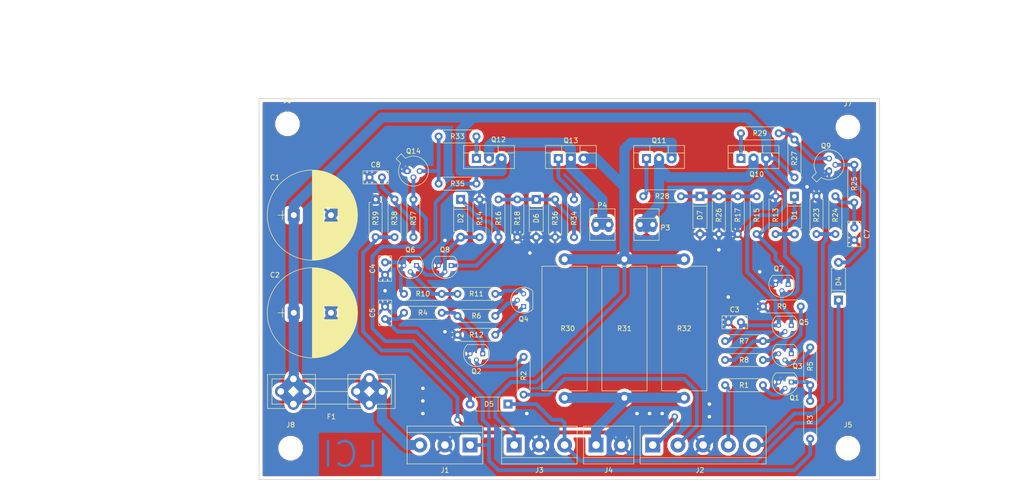
<source format=kicad_pcb>
(kicad_pcb (version 20171130) (host pcbnew 5.1.4-e60b266~84~ubuntu18.04.1)
  (layers (0 F.Cu signal) (31 B.Cu signal) (34 B.Paste user) (35 F.Paste user) (36 B.SilkS user) (37 F.SilkS user) (38 B.Mask user) (39 F.Mask user) (44 Edge.Cuts user))
  (net 0 "")
  (net 1 +24V)
  (net 2 GND)
  (net 3 +5V)
  (net 4 "Net-(C7-Pad1)")
  (net 5 "Net-(C8-Pad1)")
  (net 6 "Net-(D1-Pad1)")
  (net 7 "Net-(D1-Pad2)")
  (net 8 "Net-(D2-Pad1)")
  (net 9 "Net-(D2-Pad2)")
  (net 10 "Net-(F1-Pad1)")
  (net 11 /PWM2)
  (net 12 /PWM1)
  (net 13 /Pulso2)
  (net 14 /Pulso1)
  (net 15 "Net-(P3-Pad1)")
  (net 16 "Net-(P4-Pad1)")
  (net 17 "Net-(Q1-Pad2)")
  (net 18 "Net-(Q1-Pad1)")
  (net 19 "Net-(Q2-Pad2)")
  (net 20 "Net-(Q2-Pad1)")
  (net 21 "Net-(Q3-Pad2)")
  (net 22 "Net-(Q3-Pad3)")
  (net 23 "Net-(Q3-Pad1)")
  (net 24 "Net-(Q4-Pad2)")
  (net 25 "Net-(Q4-Pad3)")
  (net 26 "Net-(Q4-Pad1)")
  (net 27 "Net-(Q5-Pad2)")
  (net 28 "Net-(Q6-Pad2)")
  (net 29 "Net-(Q9-Pad3)")
  (net 30 "Net-(Q10-Pad1)")
  (net 31 "Net-(Q11-Pad1)")
  (net 32 /Circuito_pulsos/Corr_sens)
  (net 33 "Net-(Q12-Pad1)")
  (net 34 "Net-(Q13-Pad1)")
  (net 35 "Net-(Q14-Pad3)")
  (net 36 /Circuito_pulsos/PWM1)
  (net 37 /Circuito_pulsos/PWM2)
  (net 38 /Circuito_pulsos/Limitador_corriente)
  (net 39 "Net-(D4-Pad2)")
  (net 40 "Net-(D5-Pad2)")
  (net 41 "Net-(J4-Pad1)")
  (module Connectors_Terminal_Blocks:TerminalBlock_bornier-3_P5.08mm (layer F.Cu) (at 137.16 127.635 180)
    (fp_text reference J1 (at 5.08 -5.08 180) (layer F.SilkS))
    (fp_text value Conn_01x03)
    (pad 1 thru_hole rect (at 0 0 180) (size 3 3) (drill 1.52) (layers *.Cu *.Mask) (net 3 +5V))
    (pad 2 thru_hole circle (at 5.08 0 180) (size 3 3) (drill 1.52) (layers *.Cu *.Mask) (net 2 GND))
    (pad 3 thru_hole circle (at 10.16 0 180) (size 3 3) (drill 1.52) (layers *.Cu *.Mask) (net 10 "Net-(F1-Pad1)"))
  )
  (module TO_SOT_Packages_THT:TO-220-3_Vertical (layer F.Cu) (at 172.72 69.85)
    (fp_text reference Q11 (at 2.54 -3.62) (layer F.SilkS))
    (fp_text value IRFZ46N)
    (pad 1 thru_hole rect (at 0 0) (size 1.8 1.8) (drill 1) (layers *.Cu *.Mask) (net 31 "Net-(Q11-Pad1)"))
    (pad 2 thru_hole oval (at 2.54 0) (size 1.8 1.8) (drill 1) (layers *.Cu *.Mask) (net 15 "Net-(P3-Pad1)"))
    (pad 3 thru_hole oval (at 5.08 0) (size 1.8 1.8) (drill 1) (layers *.Cu *.Mask) (net 32 /Circuito_pulsos/Corr_sens))
  )
  (module TO_SOT_Packages_THT:TO-92_Molded_Narrow (layer F.Cu) (at 126.365 91.44 180)
    (fp_text reference Q6 (at 1.27 3.175 180) (layer F.SilkS))
    (fp_text value BC327)
    (pad 2 thru_hole circle (at 1.27 -1.27 270) (size 1 1) (drill 0.6) (layers *.Cu *.Mask) (net 28 "Net-(Q6-Pad2)"))
    (pad 3 thru_hole circle (at 2.54 0 270) (size 1 1) (drill 0.6) (layers *.Cu *.Mask) (net 1 +24V))
    (pad 1 thru_hole rect (at 0 0 270) (size 1 1) (drill 0.6) (layers *.Cu *.Mask) (net 9 "Net-(D2-Pad2)"))
  )
  (module Capacitors_THT:CP_Radial_D18.0mm_P7.50mm (layer F.Cu) (at 101.6 81.28)
    (fp_text reference C1 (at -3.81 -7.62) (layer F.SilkS))
    (fp_text value 2200uFx35V)
    (pad 1 thru_hole rect (at 0 0) (size 2.4 2.4) (drill 1.2) (layers *.Cu *.Mask) (net 1 +24V))
    (pad 2 thru_hole circle (at 7.5 0) (size 2.4 2.4) (drill 1.2) (layers *.Cu *.Mask) (net 2 GND))
  )
  (module Capacitors_THT:CP_Radial_D18.0mm_P7.50mm (layer F.Cu) (at 101.6 100.965)
    (fp_text reference C2 (at -3.81 -7.62) (layer F.SilkS))
    (fp_text value 2200uFx35V)
    (pad 1 thru_hole rect (at 0 0) (size 2.4 2.4) (drill 1.2) (layers *.Cu *.Mask) (net 1 +24V))
    (pad 2 thru_hole circle (at 7.5 0) (size 2.4 2.4) (drill 1.2) (layers *.Cu *.Mask) (net 2 GND))
  )
  (module Capacitors_THT:C_Disc_D5.0mm_W2.5mm_P2.50mm (layer F.Cu) (at 191.77 102.87 180)
    (fp_text reference C3 (at 1.27 2.54 180) (layer F.SilkS))
    (fp_text value 100nF)
    (pad 1 thru_hole circle (at 0 0 180) (size 1.6 1.6) (drill 0.8) (layers *.Cu *.Mask) (net 1 +24V))
    (pad 2 thru_hole circle (at 2.5 0 180) (size 1.6 1.6) (drill 0.8) (layers *.Cu *.Mask) (net 2 GND))
  )
  (module Capacitors_THT:C_Disc_D5.0mm_W2.5mm_P2.50mm (layer F.Cu) (at 120.015 90.805 270)
    (fp_text reference C4 (at 1.27 2.54 270) (layer F.SilkS))
    (fp_text value 100nF)
    (pad 1 thru_hole circle (at 0 0 270) (size 1.6 1.6) (drill 0.8) (layers *.Cu *.Mask) (net 1 +24V))
    (pad 2 thru_hole circle (at 2.5 0 270) (size 1.6 1.6) (drill 0.8) (layers *.Cu *.Mask) (net 2 GND))
  )
  (module Capacitors_THT:C_Disc_D5.0mm_W2.5mm_P2.50mm (layer F.Cu) (at 120.015 102.235 90)
    (fp_text reference C5 (at 1.25 -2.56 90) (layer F.SilkS))
    (fp_text value 100nF)
    (pad 1 thru_hole circle (at 0 0 90) (size 1.6 1.6) (drill 0.8) (layers *.Cu *.Mask) (net 3 +5V))
    (pad 2 thru_hole circle (at 2.5 0 90) (size 1.6 1.6) (drill 0.8) (layers *.Cu *.Mask) (net 2 GND))
  )
  (module Capacitors_THT:C_Disc_D5.0mm_W2.5mm_P2.50mm (layer F.Cu) (at 214.63 83.82 270)
    (fp_text reference C7 (at 1.25 -2.56 270) (layer F.SilkS))
    (fp_text value C)
    (pad 1 thru_hole circle (at 0 0 270) (size 1.6 1.6) (drill 0.8) (layers *.Cu *.Mask) (net 4 "Net-(C7-Pad1)"))
    (pad 2 thru_hole circle (at 2.5 0 270) (size 1.6 1.6) (drill 0.8) (layers *.Cu *.Mask) (net 2 GND))
  )
  (module Capacitors_THT:C_Disc_D5.0mm_W2.5mm_P2.50mm (layer F.Cu) (at 119.38 73.66 180)
    (fp_text reference C8 (at 1.27 2.54 180) (layer F.SilkS))
    (fp_text value C)
    (pad 1 thru_hole circle (at 0 0 180) (size 1.6 1.6) (drill 0.8) (layers *.Cu *.Mask) (net 5 "Net-(C8-Pad1)"))
    (pad 2 thru_hole circle (at 2.5 0 180) (size 1.6 1.6) (drill 0.8) (layers *.Cu *.Mask) (net 2 GND))
  )
  (module Diodes_THT:D_A-405_P7.62mm_Horizontal (layer F.Cu) (at 202.565 77.47 270)
    (fp_text reference D1 (at 3.81 0 270) (layer F.SilkS))
    (fp_text value 1N4148)
    (pad 1 thru_hole rect (at 0 0 270) (size 1.8 1.8) (drill 0.9) (layers *.Cu *.Mask) (net 6 "Net-(D1-Pad1)"))
    (pad 2 thru_hole oval (at 7.62 0 270) (size 1.8 1.8) (drill 0.9) (layers *.Cu *.Mask) (net 7 "Net-(D1-Pad2)"))
  )
  (module Diodes_THT:D_A-405_P7.62mm_Horizontal (layer F.Cu) (at 135.255 78.105 270)
    (fp_text reference D2 (at 3.81 0 270) (layer F.SilkS))
    (fp_text value 1N4148)
    (pad 1 thru_hole rect (at 0 0 270) (size 1.8 1.8) (drill 0.9) (layers *.Cu *.Mask) (net 8 "Net-(D2-Pad1)"))
    (pad 2 thru_hole oval (at 7.62 0 270) (size 1.8 1.8) (drill 0.9) (layers *.Cu *.Mask) (net 9 "Net-(D2-Pad2)"))
  )
  (module Diodes_THT:D_A-405_P7.62mm_Horizontal (layer F.Cu) (at 211.455 98.425 90)
    (fp_text reference D4 (at 3.81 0 90) (layer F.SilkS))
    (fp_text value 1N4148)
    (pad 1 thru_hole rect (at 0 0 90) (size 1.8 1.8) (drill 0.9) (layers *.Cu *.Mask) (net 38 /Circuito_pulsos/Limitador_corriente))
    (pad 2 thru_hole oval (at 7.62 0 90) (size 1.8 1.8) (drill 0.9) (layers *.Cu *.Mask) (net 39 "Net-(D4-Pad2)"))
  )
  (module Diodes_THT:D_A-405_P7.62mm_Horizontal (layer F.Cu) (at 144.78 119.38 180)
    (fp_text reference D5 (at 3.81 0 180) (layer F.SilkS))
    (fp_text value 1N4148)
    (pad 1 thru_hole rect (at 0 0 180) (size 1.8 1.8) (drill 0.9) (layers *.Cu *.Mask) (net 38 /Circuito_pulsos/Limitador_corriente))
    (pad 2 thru_hole oval (at 7.62 0 180) (size 1.8 1.8) (drill 0.9) (layers *.Cu *.Mask) (net 40 "Net-(D5-Pad2)"))
  )
  (module Fuse_Holders_and_Fuses:Fuseholder5x20_horiz_open_universal_Type-III (layer F.Cu) (at 119.38 116.84 180)
    (fp_text reference F1 (at 10.2 -5.08 180) (layer F.SilkS))
    (fp_text value FUSE)
    (pad 2 thru_hole circle (at 15.32 0 180) (size 2.35 2.35) (drill 1.35) (layers *.Cu *.Mask) (net 1 +24V))
    (pad 2 thru_hole circle (at 20.4 0 180) (size 2.35 2.35) (drill 1.35) (layers *.Cu *.Mask) (net 1 +24V))
    (pad 1 thru_hole circle (at 5.08 0 180) (size 2.35 2.35) (drill 1.35) (layers *.Cu *.Mask) (net 10 "Net-(F1-Pad1)"))
    (pad 1 thru_hole circle (at 0 0 180) (size 2.35 2.35) (drill 1.35) (layers *.Cu *.Mask) (net 10 "Net-(F1-Pad1)"))
    (pad 2 thru_hole circle (at 17.86 -2.54 180) (size 2.35 2.35) (drill 1.35) (layers *.Cu *.Mask) (net 1 +24V))
    (pad 2 thru_hole circle (at 17.86 2.54 180) (size 2.35 2.35) (drill 1.35) (layers *.Cu *.Mask) (net 1 +24V))
    (pad 1 thru_hole circle (at 2.54 -2.54 180) (size 2.35 2.35) (drill 1.35) (layers *.Cu *.Mask) (net 10 "Net-(F1-Pad1)"))
    (pad 1 thru_hole circle (at 2.54 2.54 180) (size 2.35 2.35) (drill 1.35) (layers *.Cu *.Mask) (net 10 "Net-(F1-Pad1)"))
  )
  (module Connectors:PINHEAD1-2 (layer F.Cu) (at 171.45 83.185)
    (fp_text reference P3 (at 5.08 0.635) (layer F.SilkS))
    (fp_text value SALIDA_1)
    (pad 1 thru_hole oval (at 0 0) (size 1.51 3.01) (drill 1) (layers *.Cu *.Mask) (net 15 "Net-(P3-Pad1)"))
    (pad 2 thru_hole oval (at 2.54 0) (size 1.51 3.01) (drill 1) (layers *.Cu *.Mask) (net 15 "Net-(P3-Pad1)"))
  )
  (module Connectors:PINHEAD1-2 (layer F.Cu) (at 162.56 83.185)
    (fp_text reference P4 (at 1.27 -3.9) (layer F.SilkS))
    (fp_text value SALIDA_2)
    (pad 1 thru_hole oval (at 0 0) (size 1.51 3.01) (drill 1) (layers *.Cu *.Mask) (net 16 "Net-(P4-Pad1)"))
    (pad 2 thru_hole oval (at 2.54 0) (size 1.51 3.01) (drill 1) (layers *.Cu *.Mask) (net 16 "Net-(P4-Pad1)"))
  )
  (module TO_SOT_Packages_THT:TO-92_Molded_Narrow (layer F.Cu) (at 201.93 114.935 180)
    (fp_text reference Q1 (at -0.635 -3.175 180) (layer F.SilkS))
    (fp_text value 2N3906)
    (pad 2 thru_hole circle (at 1.27 -1.27 270) (size 1 1) (drill 0.6) (layers *.Cu *.Mask) (net 17 "Net-(Q1-Pad2)"))
    (pad 3 thru_hole circle (at 2.54 0 270) (size 1 1) (drill 0.6) (layers *.Cu *.Mask) (net 2 GND))
    (pad 1 thru_hole rect (at 0 0 270) (size 1 1) (drill 0.6) (layers *.Cu *.Mask) (net 18 "Net-(Q1-Pad1)"))
  )
  (module TO_SOT_Packages_THT:TO-92_Molded_Narrow (layer F.Cu) (at 139.7 109.22 180)
    (fp_text reference Q2 (at 1.27 -3.56 180) (layer F.SilkS))
    (fp_text value 2N3906)
    (pad 2 thru_hole circle (at 1.27 -1.27 270) (size 1 1) (drill 0.6) (layers *.Cu *.Mask) (net 19 "Net-(Q2-Pad2)"))
    (pad 3 thru_hole circle (at 2.54 0 270) (size 1 1) (drill 0.6) (layers *.Cu *.Mask) (net 2 GND))
    (pad 1 thru_hole rect (at 0 0 270) (size 1 1) (drill 0.6) (layers *.Cu *.Mask) (net 20 "Net-(Q2-Pad1)"))
  )
  (module TO_SOT_Packages_THT:TO-92_Molded_Narrow (layer F.Cu) (at 201.93 109.22 180)
    (fp_text reference Q3 (at -1.27 -2.54 180) (layer F.SilkS))
    (fp_text value 2N3904)
    (pad 2 thru_hole circle (at 1.27 -1.27 270) (size 1 1) (drill 0.6) (layers *.Cu *.Mask) (net 21 "Net-(Q3-Pad2)"))
    (pad 3 thru_hole circle (at 2.54 0 270) (size 1 1) (drill 0.6) (layers *.Cu *.Mask) (net 22 "Net-(Q3-Pad3)"))
    (pad 1 thru_hole rect (at 0 0 270) (size 1 1) (drill 0.6) (layers *.Cu *.Mask) (net 23 "Net-(Q3-Pad1)"))
  )
  (module TO_SOT_Packages_THT:TO-92_Molded_Narrow (layer F.Cu) (at 147.955 99.695 90)
    (fp_text reference Q4 (at -2.54 0 180) (layer F.SilkS))
    (fp_text value 2N3904)
    (pad 2 thru_hole circle (at 1.27 -1.27 180) (size 1 1) (drill 0.6) (layers *.Cu *.Mask) (net 24 "Net-(Q4-Pad2)"))
    (pad 3 thru_hole circle (at 2.54 0 180) (size 1 1) (drill 0.6) (layers *.Cu *.Mask) (net 25 "Net-(Q4-Pad3)"))
    (pad 1 thru_hole rect (at 0 0 180) (size 1 1) (drill 0.6) (layers *.Cu *.Mask) (net 26 "Net-(Q4-Pad1)"))
  )
  (module TO_SOT_Packages_THT:TO-92_Molded_Narrow (layer F.Cu) (at 201.93 103.505 180)
    (fp_text reference Q5 (at -2.54 0.635 180) (layer F.SilkS))
    (fp_text value BC327)
    (pad 2 thru_hole circle (at 1.27 -1.27 270) (size 1 1) (drill 0.6) (layers *.Cu *.Mask) (net 27 "Net-(Q5-Pad2)"))
    (pad 3 thru_hole circle (at 2.54 0 270) (size 1 1) (drill 0.6) (layers *.Cu *.Mask) (net 1 +24V))
    (pad 1 thru_hole rect (at 0 0 270) (size 1 1) (drill 0.6) (layers *.Cu *.Mask) (net 7 "Net-(D1-Pad2)"))
  )
  (module TO_SOT_Packages_THT:TO-92_Molded_Narrow (layer F.Cu) (at 201.295 95.25 180)
    (fp_text reference Q7 (at 1.905 3.175 180) (layer F.SilkS))
    (fp_text value 2N3906)
    (pad 2 thru_hole circle (at 1.27 -1.27 270) (size 1 1) (drill 0.6) (layers *.Cu *.Mask) (net 7 "Net-(D1-Pad2)"))
    (pad 3 thru_hole circle (at 2.54 0 270) (size 1 1) (drill 0.6) (layers *.Cu *.Mask) (net 2 GND))
    (pad 1 thru_hole rect (at 0 0 270) (size 1 1) (drill 0.6) (layers *.Cu *.Mask) (net 6 "Net-(D1-Pad1)"))
  )
  (module TO_SOT_Packages_THT:TO-92_Molded_Narrow (layer F.Cu) (at 133.35 91.44 180)
    (fp_text reference Q8 (at 1.27 3.175 180) (layer F.SilkS))
    (fp_text value 2N3906)
    (pad 2 thru_hole circle (at 1.27 -1.27 270) (size 1 1) (drill 0.6) (layers *.Cu *.Mask) (net 9 "Net-(D2-Pad2)"))
    (pad 3 thru_hole circle (at 2.54 0 270) (size 1 1) (drill 0.6) (layers *.Cu *.Mask) (net 2 GND))
    (pad 1 thru_hole rect (at 0 0 270) (size 1 1) (drill 0.6) (layers *.Cu *.Mask) (net 8 "Net-(D2-Pad1)"))
  )
  (module TO_SOT_Packages_THT:TO-18-3 (layer F.Cu) (at 209.55 72.39 90)
    (fp_text reference Q9 (at 5.08 -0.635 180) (layer F.SilkS))
    (fp_text value 2N2222)
    (pad 1 thru_hole oval (at 0 0 90) (size 1.6 1.2) (drill 0.7) (layers *.Cu *.Mask) (net 2 GND))
    (pad 2 thru_hole oval (at 1.27 1.27 90) (size 1.2 1.2) (drill 0.7) (layers *.Cu *.Mask) (net 39 "Net-(D4-Pad2)"))
    (pad 3 thru_hole oval (at 2.54 0 90) (size 1.2 1.2) (drill 0.7) (layers *.Cu *.Mask) (net 29 "Net-(Q9-Pad3)"))
  )
  (module TO_SOT_Packages_THT:TO-220-3_Vertical (layer F.Cu) (at 191.77 69.85)
    (fp_text reference Q10 (at 3.175 3.175) (layer F.SilkS))
    (fp_text value TIP127)
    (pad 1 thru_hole rect (at 0 0) (size 1.8 1.8) (drill 1) (layers *.Cu *.Mask) (net 30 "Net-(Q10-Pad1)"))
    (pad 2 thru_hole oval (at 2.54 0) (size 1.8 1.8) (drill 1) (layers *.Cu *.Mask) (net 15 "Net-(P3-Pad1)"))
    (pad 3 thru_hole oval (at 5.08 0) (size 1.8 1.8) (drill 1) (layers *.Cu *.Mask) (net 1 +24V))
  )
  (module TO_SOT_Packages_THT:TO-220-3_Vertical (layer F.Cu) (at 138.43 69.85)
    (fp_text reference Q12 (at 4.445 -3.81) (layer F.SilkS))
    (fp_text value TIP127)
    (pad 1 thru_hole rect (at 0 0) (size 1.8 1.8) (drill 1) (layers *.Cu *.Mask) (net 33 "Net-(Q12-Pad1)"))
    (pad 2 thru_hole oval (at 2.54 0) (size 1.8 1.8) (drill 1) (layers *.Cu *.Mask) (net 16 "Net-(P4-Pad1)"))
    (pad 3 thru_hole oval (at 5.08 0) (size 1.8 1.8) (drill 1) (layers *.Cu *.Mask) (net 1 +24V))
  )
  (module TO_SOT_Packages_THT:TO-220-3_Vertical (layer F.Cu) (at 154.94 69.85)
    (fp_text reference Q13 (at 2.54 -3.62) (layer F.SilkS))
    (fp_text value IRFZ46N)
    (pad 1 thru_hole rect (at 0 0) (size 1.8 1.8) (drill 1) (layers *.Cu *.Mask) (net 34 "Net-(Q13-Pad1)"))
    (pad 2 thru_hole oval (at 2.54 0) (size 1.8 1.8) (drill 1) (layers *.Cu *.Mask) (net 16 "Net-(P4-Pad1)"))
    (pad 3 thru_hole oval (at 5.08 0) (size 1.8 1.8) (drill 1) (layers *.Cu *.Mask) (net 32 /Circuito_pulsos/Corr_sens))
  )
  (module TO_SOT_Packages_THT:TO-18-3 (layer F.Cu) (at 124.46 72.39)
    (fp_text reference Q14 (at 1.27 -4.02) (layer F.SilkS))
    (fp_text value 2N2222)
    (pad 1 thru_hole oval (at 0 0) (size 1.6 1.2) (drill 0.7) (layers *.Cu *.Mask) (net 2 GND))
    (pad 2 thru_hole oval (at 1.27 1.27) (size 1.2 1.2) (drill 0.7) (layers *.Cu *.Mask) (net 40 "Net-(D5-Pad2)"))
    (pad 3 thru_hole oval (at 2.54 0) (size 1.2 1.2) (drill 0.7) (layers *.Cu *.Mask) (net 35 "Net-(Q14-Pad3)"))
  )
  (module Resistors_THT:R_Axial_DIN0207_L6.3mm_D2.5mm_P7.62mm_Horizontal (layer F.Cu) (at 196.215 115.57 180)
    (fp_text reference R1 (at 3.81 0 180) (layer F.SilkS))
    (fp_text value 1k)
    (pad 1 thru_hole circle (at 0 0 180) (size 1.6 1.6) (drill 0.8) (layers *.Cu *.Mask) (net 17 "Net-(Q1-Pad2)"))
    (pad 2 thru_hole oval (at 7.62 0 180) (size 1.6 1.6) (drill 0.8) (layers *.Cu *.Mask) (net 12 /PWM1))
  )
  (module Resistors_THT:R_Axial_DIN0207_L6.3mm_D2.5mm_P7.62mm_Horizontal (layer F.Cu) (at 147.955 109.855 270)
    (fp_text reference R2 (at 3.81 0 270) (layer F.SilkS))
    (fp_text value 1k)
    (pad 1 thru_hole circle (at 0 0 270) (size 1.6 1.6) (drill 0.8) (layers *.Cu *.Mask) (net 19 "Net-(Q2-Pad2)"))
    (pad 2 thru_hole oval (at 7.62 0 270) (size 1.6 1.6) (drill 0.8) (layers *.Cu *.Mask) (net 11 /PWM2))
  )
  (module Resistors_THT:R_Axial_DIN0207_L6.3mm_D2.5mm_P7.62mm_Horizontal (layer F.Cu) (at 205.74 126.365 90)
    (fp_text reference R3 (at 3.81 0 90) (layer F.SilkS))
    (fp_text value 4k7)
    (pad 1 thru_hole circle (at 0 0 90) (size 1.6 1.6) (drill 0.8) (layers *.Cu *.Mask) (net 3 +5V))
    (pad 2 thru_hole oval (at 7.62 0 90) (size 1.6 1.6) (drill 0.8) (layers *.Cu *.Mask) (net 18 "Net-(Q1-Pad1)"))
  )
  (module Resistors_THT:R_Axial_DIN0207_L6.3mm_D2.5mm_P7.62mm_Horizontal (layer F.Cu) (at 123.825 100.965)
    (fp_text reference R4 (at 3.81 0) (layer F.SilkS))
    (fp_text value 4k7)
    (pad 1 thru_hole circle (at 0 0) (size 1.6 1.6) (drill 0.8) (layers *.Cu *.Mask) (net 3 +5V))
    (pad 2 thru_hole oval (at 7.62 0) (size 1.6 1.6) (drill 0.8) (layers *.Cu *.Mask) (net 20 "Net-(Q2-Pad1)"))
  )
  (module Resistors_THT:R_Axial_DIN0207_L6.3mm_D2.5mm_P7.62mm_Horizontal (layer F.Cu) (at 205.74 107.95 270)
    (fp_text reference R5 (at 3.81 0 270) (layer F.SilkS))
    (fp_text value 1k)
    (pad 1 thru_hole circle (at 0 0 270) (size 1.6 1.6) (drill 0.8) (layers *.Cu *.Mask) (net 21 "Net-(Q3-Pad2)"))
    (pad 2 thru_hole oval (at 7.62 0 270) (size 1.6 1.6) (drill 0.8) (layers *.Cu *.Mask) (net 18 "Net-(Q1-Pad1)"))
  )
  (module Resistors_THT:R_Axial_DIN0207_L6.3mm_D2.5mm_P7.62mm_Horizontal (layer F.Cu) (at 142.24 101.6 180)
    (fp_text reference R6 (at 3.81 0 180) (layer F.SilkS))
    (fp_text value 1k)
    (pad 1 thru_hole circle (at 0 0 180) (size 1.6 1.6) (drill 0.8) (layers *.Cu *.Mask) (net 24 "Net-(Q4-Pad2)"))
    (pad 2 thru_hole oval (at 7.62 0 180) (size 1.6 1.6) (drill 0.8) (layers *.Cu *.Mask) (net 20 "Net-(Q2-Pad1)"))
  )
  (module Resistors_THT:R_Axial_DIN0207_L6.3mm_D2.5mm_P7.62mm_Horizontal (layer F.Cu) (at 188.595 106.68)
    (fp_text reference R7 (at 3.81 0) (layer F.SilkS))
    (fp_text value 4k7)
    (pad 1 thru_hole circle (at 0 0) (size 1.6 1.6) (drill 0.8) (layers *.Cu *.Mask) (net 1 +24V))
    (pad 2 thru_hole oval (at 7.62 0) (size 1.6 1.6) (drill 0.8) (layers *.Cu *.Mask) (net 27 "Net-(Q5-Pad2)"))
  )
  (module Resistors_THT:R_Axial_DIN0207_L6.3mm_D2.5mm_P7.62mm_Horizontal (layer F.Cu) (at 196.215 110.49 180)
    (fp_text reference R8 (at 3.81 0 180) (layer F.SilkS))
    (fp_text value 1k)
    (pad 1 thru_hole circle (at 0 0 180) (size 1.6 1.6) (drill 0.8) (layers *.Cu *.Mask) (net 22 "Net-(Q3-Pad3)"))
    (pad 2 thru_hole oval (at 7.62 0 180) (size 1.6 1.6) (drill 0.8) (layers *.Cu *.Mask) (net 27 "Net-(Q5-Pad2)"))
  )
  (module Resistors_THT:R_Axial_DIN0207_L6.3mm_D2.5mm_P7.62mm_Horizontal (layer F.Cu) (at 196.215 99.695)
    (fp_text reference R9 (at 3.81 0) (layer F.SilkS))
    (fp_text value 1k8)
    (pad 1 thru_hole circle (at 0 0) (size 1.6 1.6) (drill 0.8) (layers *.Cu *.Mask) (net 2 GND))
    (pad 2 thru_hole oval (at 7.62 0) (size 1.6 1.6) (drill 0.8) (layers *.Cu *.Mask) (net 23 "Net-(Q3-Pad1)"))
  )
  (module Resistors_THT:R_Axial_DIN0207_L6.3mm_D2.5mm_P7.62mm_Horizontal (layer F.Cu) (at 123.825 97.155)
    (fp_text reference R10 (at 3.81 0) (layer F.SilkS))
    (fp_text value 4k7)
    (pad 1 thru_hole circle (at 0 0) (size 1.6 1.6) (drill 0.8) (layers *.Cu *.Mask) (net 1 +24V))
    (pad 2 thru_hole oval (at 7.62 0) (size 1.6 1.6) (drill 0.8) (layers *.Cu *.Mask) (net 28 "Net-(Q6-Pad2)"))
  )
  (module Resistors_THT:R_Axial_DIN0207_L6.3mm_D2.5mm_P7.62mm_Horizontal (layer F.Cu) (at 142.24 97.155 180)
    (fp_text reference R11 (at 3.81 0 180) (layer F.SilkS))
    (fp_text value 1k)
    (pad 1 thru_hole circle (at 0 0 180) (size 1.6 1.6) (drill 0.8) (layers *.Cu *.Mask) (net 25 "Net-(Q4-Pad3)"))
    (pad 2 thru_hole oval (at 7.62 0 180) (size 1.6 1.6) (drill 0.8) (layers *.Cu *.Mask) (net 28 "Net-(Q6-Pad2)"))
  )
  (module Resistors_THT:R_Axial_DIN0207_L6.3mm_D2.5mm_P7.62mm_Horizontal (layer F.Cu) (at 134.62 105.41)
    (fp_text reference R12 (at 3.81 0) (layer F.SilkS))
    (fp_text value 1k8)
    (pad 1 thru_hole circle (at 0 0) (size 1.6 1.6) (drill 0.8) (layers *.Cu *.Mask) (net 2 GND))
    (pad 2 thru_hole oval (at 7.62 0) (size 1.6 1.6) (drill 0.8) (layers *.Cu *.Mask) (net 26 "Net-(Q4-Pad1)"))
  )
  (module Resistors_THT:R_Axial_DIN0207_L6.3mm_D2.5mm_P7.62mm_Horizontal (layer F.Cu) (at 198.755 85.09 90)
    (fp_text reference R13 (at 3.81 0 90) (layer F.SilkS))
    (fp_text value 4k7)
    (pad 1 thru_hole circle (at 0 0 90) (size 1.6 1.6) (drill 0.8) (layers *.Cu *.Mask) (net 7 "Net-(D1-Pad2)"))
    (pad 2 thru_hole oval (at 7.62 0 90) (size 1.6 1.6) (drill 0.8) (layers *.Cu *.Mask) (net 2 GND))
  )
  (module Resistors_THT:R_Axial_DIN0207_L6.3mm_D2.5mm_P7.62mm_Horizontal (layer F.Cu) (at 139.065 85.725 90)
    (fp_text reference R14 (at 3.81 0 90) (layer F.SilkS))
    (fp_text value 4k7)
    (pad 1 thru_hole circle (at 0 0 90) (size 1.6 1.6) (drill 0.8) (layers *.Cu *.Mask) (net 9 "Net-(D2-Pad2)"))
    (pad 2 thru_hole oval (at 7.62 0 90) (size 1.6 1.6) (drill 0.8) (layers *.Cu *.Mask) (net 2 GND))
  )
  (module Resistors_THT:R_Axial_DIN0207_L6.3mm_D2.5mm_P7.62mm_Horizontal (layer F.Cu) (at 194.945 77.47 270)
    (fp_text reference R15 (at 3.81 0 270) (layer F.SilkS))
    (fp_text value 22)
    (pad 1 thru_hole circle (at 0 0 270) (size 1.6 1.6) (drill 0.8) (layers *.Cu *.Mask) (net 36 /Circuito_pulsos/PWM1))
    (pad 2 thru_hole oval (at 7.62 0 270) (size 1.6 1.6) (drill 0.8) (layers *.Cu *.Mask) (net 6 "Net-(D1-Pad1)"))
  )
  (module Resistors_THT:R_Axial_DIN0207_L6.3mm_D2.5mm_P7.62mm_Horizontal (layer F.Cu) (at 142.875 78.105 270)
    (fp_text reference R16 (at 3.81 0 270) (layer F.SilkS))
    (fp_text value 22)
    (pad 1 thru_hole circle (at 0 0 270) (size 1.6 1.6) (drill 0.8) (layers *.Cu *.Mask) (net 37 /Circuito_pulsos/PWM2))
    (pad 2 thru_hole oval (at 7.62 0 270) (size 1.6 1.6) (drill 0.8) (layers *.Cu *.Mask) (net 8 "Net-(D2-Pad1)"))
  )
  (module Resistors_THT:R_Axial_DIN0207_L6.3mm_D2.5mm_P7.62mm_Horizontal (layer F.Cu) (at 191.135 85.09 90)
    (fp_text reference R17 (at 3.81 0 90) (layer F.SilkS))
    (fp_text value 1k8)
    (pad 1 thru_hole circle (at 0 0 90) (size 1.6 1.6) (drill 0.8) (layers *.Cu *.Mask) (net 2 GND))
    (pad 2 thru_hole oval (at 7.62 0 90) (size 1.6 1.6) (drill 0.8) (layers *.Cu *.Mask) (net 36 /Circuito_pulsos/PWM1))
  )
  (module Resistors_THT:R_Axial_DIN0207_L6.3mm_D2.5mm_P7.62mm_Horizontal (layer F.Cu) (at 146.685 85.725 90)
    (fp_text reference R18 (at 3.81 0 90) (layer F.SilkS))
    (fp_text value 1k8)
    (pad 1 thru_hole circle (at 0 0 90) (size 1.6 1.6) (drill 0.8) (layers *.Cu *.Mask) (net 2 GND))
    (pad 2 thru_hole oval (at 7.62 0 90) (size 1.6 1.6) (drill 0.8) (layers *.Cu *.Mask) (net 37 /Circuito_pulsos/PWM2))
  )
  (module Resistors_THT:R_Axial_DIN0207_L6.3mm_D2.5mm_P7.62mm_Horizontal (layer F.Cu) (at 207.01 77.47 270)
    (fp_text reference R23 (at 3.81 0 270) (layer F.SilkS))
    (fp_text value 10k)
    (pad 1 thru_hole circle (at 0 0 270) (size 1.6 1.6) (drill 0.8) (layers *.Cu *.Mask) (net 2 GND))
    (pad 2 thru_hole oval (at 7.62 0 270) (size 1.6 1.6) (drill 0.8) (layers *.Cu *.Mask) (net 14 /Pulso1))
  )
  (module Resistors_THT:R_Axial_DIN0207_L6.3mm_D2.5mm_P7.62mm_Horizontal (layer F.Cu) (at 210.82 77.47 270)
    (fp_text reference R24 (at 3.81 0 270) (layer F.SilkS))
    (fp_text value 330)
    (pad 1 thru_hole circle (at 0 0 270) (size 1.6 1.6) (drill 0.8) (layers *.Cu *.Mask) (net 4 "Net-(C7-Pad1)"))
    (pad 2 thru_hole oval (at 7.62 0 270) (size 1.6 1.6) (drill 0.8) (layers *.Cu *.Mask) (net 14 /Pulso1))
  )
  (module Resistors_THT:R_Axial_DIN0207_L6.3mm_D2.5mm_P7.62mm_Horizontal (layer F.Cu) (at 214.63 71.12 270)
    (fp_text reference R25 (at 3.81 0 270) (layer F.SilkS))
    (fp_text value 100)
    (pad 1 thru_hole circle (at 0 0 270) (size 1.6 1.6) (drill 0.8) (layers *.Cu *.Mask) (net 39 "Net-(D4-Pad2)"))
    (pad 2 thru_hole oval (at 7.62 0 270) (size 1.6 1.6) (drill 0.8) (layers *.Cu *.Mask) (net 4 "Net-(C7-Pad1)"))
  )
  (module Resistors_THT:R_Axial_DIN0207_L6.3mm_D2.5mm_P7.62mm_Horizontal (layer F.Cu) (at 187.325 77.47 270)
    (fp_text reference R26 (at 3.81 0 270) (layer F.SilkS))
    (fp_text value 10k)
    (pad 1 thru_hole circle (at 0 0 270) (size 1.6 1.6) (drill 0.8) (layers *.Cu *.Mask) (net 36 /Circuito_pulsos/PWM1))
    (pad 2 thru_hole oval (at 7.62 0 270) (size 1.6 1.6) (drill 0.8) (layers *.Cu *.Mask) (net 2 GND))
  )
  (module Resistors_THT:R_Axial_DIN0207_L6.3mm_D2.5mm_P7.62mm_Horizontal (layer F.Cu) (at 202.565 66.04 270)
    (fp_text reference R27 (at 3.81 0 270) (layer F.SilkS))
    (fp_text value 10k)
    (pad 1 thru_hole circle (at 0 0 270) (size 1.6 1.6) (drill 0.8) (layers *.Cu *.Mask) (net 29 "Net-(Q9-Pad3)"))
    (pad 2 thru_hole oval (at 7.62 0 270) (size 1.6 1.6) (drill 0.8) (layers *.Cu *.Mask) (net 1 +24V))
  )
  (module Resistors_THT:R_Axial_DIN0207_L6.3mm_D2.5mm_P7.62mm_Horizontal (layer F.Cu) (at 172.085 77.47)
    (fp_text reference R28 (at 3.81 0) (layer F.SilkS))
    (fp_text value 470)
    (pad 1 thru_hole circle (at 0 0) (size 1.6 1.6) (drill 0.8) (layers *.Cu *.Mask) (net 31 "Net-(Q11-Pad1)"))
    (pad 2 thru_hole oval (at 7.62 0) (size 1.6 1.6) (drill 0.8) (layers *.Cu *.Mask) (net 36 /Circuito_pulsos/PWM1))
  )
  (module Resistors_THT:R_Axial_DIN0207_L6.3mm_D2.5mm_P7.62mm_Horizontal (layer F.Cu) (at 199.39 64.77 180)
    (fp_text reference R29 (at 3.81 0 180) (layer F.SilkS))
    (fp_text value 470)
    (pad 1 thru_hole circle (at 0 0 180) (size 1.6 1.6) (drill 0.8) (layers *.Cu *.Mask) (net 29 "Net-(Q9-Pad3)"))
    (pad 2 thru_hole oval (at 7.62 0 180) (size 1.6 1.6) (drill 0.8) (layers *.Cu *.Mask) (net 30 "Net-(Q10-Pad1)"))
  )
  (module Resistors_THT:R_Axial_Power_L25.0mm_W9.0mm_P27.94mm (layer F.Cu) (at 156.21 90.17 270)
    (fp_text reference R30 (at 13.97 -0.635) (layer F.SilkS))
    (fp_text value 0.1)
    (pad 1 thru_hole circle (at 0 0 270) (size 2.4 2.4) (drill 1.2) (layers *.Cu *.Mask) (net 32 /Circuito_pulsos/Corr_sens))
    (pad 2 thru_hole oval (at 27.94 0 270) (size 2.4 2.4) (drill 1.2) (layers *.Cu *.Mask) (net 41 "Net-(J4-Pad1)"))
  )
  (module Resistors_THT:R_Axial_Power_L25.0mm_W9.0mm_P27.94mm (layer F.Cu) (at 168.275 90.17 270)
    (fp_text reference R31 (at 13.97 0) (layer F.SilkS))
    (fp_text value 0.1)
    (pad 1 thru_hole circle (at 0 0 270) (size 2.4 2.4) (drill 1.2) (layers *.Cu *.Mask) (net 32 /Circuito_pulsos/Corr_sens))
    (pad 2 thru_hole oval (at 27.94 0 270) (size 2.4 2.4) (drill 1.2) (layers *.Cu *.Mask) (net 41 "Net-(J4-Pad1)"))
  )
  (module Resistors_THT:R_Axial_Power_L25.0mm_W9.0mm_P27.94mm (layer F.Cu) (at 180.34 90.17 270)
    (fp_text reference R32 (at 13.97 0) (layer F.SilkS))
    (fp_text value 0.1)
    (pad 1 thru_hole circle (at 0 0 270) (size 2.4 2.4) (drill 1.2) (layers *.Cu *.Mask) (net 32 /Circuito_pulsos/Corr_sens))
    (pad 2 thru_hole oval (at 27.94 0 270) (size 2.4 2.4) (drill 1.2) (layers *.Cu *.Mask) (net 41 "Net-(J4-Pad1)"))
  )
  (module Resistors_THT:R_Axial_DIN0207_L6.3mm_D2.5mm_P7.62mm_Horizontal (layer F.Cu) (at 130.81 65.405)
    (fp_text reference R33 (at 3.81 0) (layer F.SilkS))
    (fp_text value 470)
    (pad 1 thru_hole circle (at 0 0) (size 1.6 1.6) (drill 0.8) (layers *.Cu *.Mask) (net 35 "Net-(Q14-Pad3)"))
    (pad 2 thru_hole oval (at 7.62 0) (size 1.6 1.6) (drill 0.8) (layers *.Cu *.Mask) (net 33 "Net-(Q12-Pad1)"))
  )
  (module Resistors_THT:R_Axial_DIN0207_L6.3mm_D2.5mm_P7.62mm_Horizontal (layer F.Cu) (at 158.115 78.105 270)
    (fp_text reference R34 (at 3.81 0 270) (layer F.SilkS))
    (fp_text value 470)
    (pad 1 thru_hole circle (at 0 0 270) (size 1.6 1.6) (drill 0.8) (layers *.Cu *.Mask) (net 34 "Net-(Q13-Pad1)"))
    (pad 2 thru_hole oval (at 7.62 0 270) (size 1.6 1.6) (drill 0.8) (layers *.Cu *.Mask) (net 37 /Circuito_pulsos/PWM2))
  )
  (module Resistors_THT:R_Axial_DIN0207_L6.3mm_D2.5mm_P7.62mm_Horizontal (layer F.Cu) (at 130.81 74.93)
    (fp_text reference R35 (at 3.81 0) (layer F.SilkS))
    (fp_text value 10k)
    (pad 1 thru_hole circle (at 0 0) (size 1.6 1.6) (drill 0.8) (layers *.Cu *.Mask) (net 35 "Net-(Q14-Pad3)"))
    (pad 2 thru_hole oval (at 7.62 0) (size 1.6 1.6) (drill 0.8) (layers *.Cu *.Mask) (net 1 +24V))
  )
  (module Resistors_THT:R_Axial_DIN0207_L6.3mm_D2.5mm_P7.62mm_Horizontal (layer F.Cu) (at 154.305 78.105 270)
    (fp_text reference R36 (at 3.81 0 270) (layer F.SilkS))
    (fp_text value 10k)
    (pad 1 thru_hole circle (at 0 0 270) (size 1.6 1.6) (drill 0.8) (layers *.Cu *.Mask) (net 37 /Circuito_pulsos/PWM2))
    (pad 2 thru_hole oval (at 7.62 0 270) (size 1.6 1.6) (drill 0.8) (layers *.Cu *.Mask) (net 2 GND))
  )
  (module Resistors_THT:R_Axial_DIN0207_L6.3mm_D2.5mm_P7.62mm_Horizontal (layer F.Cu) (at 125.73 78.105 270)
    (fp_text reference R37 (at 3.81 0 270) (layer F.SilkS))
    (fp_text value 100)
    (pad 1 thru_hole circle (at 0 0 270) (size 1.6 1.6) (drill 0.8) (layers *.Cu *.Mask) (net 40 "Net-(D5-Pad2)"))
    (pad 2 thru_hole oval (at 7.62 0 270) (size 1.6 1.6) (drill 0.8) (layers *.Cu *.Mask) (net 5 "Net-(C8-Pad1)"))
  )
  (module Resistors_THT:R_Axial_DIN0207_L6.3mm_D2.5mm_P7.62mm_Horizontal (layer F.Cu) (at 121.92 78.105 270)
    (fp_text reference R38 (at 3.81 0 270) (layer F.SilkS))
    (fp_text value 330)
    (pad 1 thru_hole circle (at 0 0 270) (size 1.6 1.6) (drill 0.8) (layers *.Cu *.Mask) (net 5 "Net-(C8-Pad1)"))
    (pad 2 thru_hole oval (at 7.62 0 270) (size 1.6 1.6) (drill 0.8) (layers *.Cu *.Mask) (net 13 /Pulso2))
  )
  (module Resistors_THT:R_Axial_DIN0207_L6.3mm_D2.5mm_P7.62mm_Horizontal (layer F.Cu) (at 118.11 78.105 270)
    (fp_text reference R39 (at 3.81 0 270) (layer F.SilkS))
    (fp_text value 10k)
    (pad 1 thru_hole circle (at 0 0 270) (size 1.6 1.6) (drill 0.8) (layers *.Cu *.Mask) (net 2 GND))
    (pad 2 thru_hole oval (at 7.62 0 270) (size 1.6 1.6) (drill 0.8) (layers *.Cu *.Mask) (net 13 /Pulso2))
  )
  (module Diodes_THT:D_A-405_P7.62mm_Horizontal (layer F.Cu) (at 150.495 78.105 270)
    (fp_text reference D6 (at 3.81 0 270) (layer F.SilkS))
    (fp_text value "Dz 18v")
    (pad 1 thru_hole rect (at 0 0 270) (size 1.8 1.8) (drill 0.9) (layers *.Cu *.Mask) (net 37 /Circuito_pulsos/PWM2))
    (pad 2 thru_hole oval (at 7.62 0 270) (size 1.8 1.8) (drill 0.9) (layers *.Cu *.Mask) (net 2 GND))
  )
  (module Diodes_THT:D_A-405_P7.62mm_Horizontal (layer F.Cu) (at 183.515 77.47 270)
    (fp_text reference D7 (at 3.81 0 270) (layer F.SilkS))
    (fp_text value "Dz 18v")
    (pad 1 thru_hole rect (at 0 0 270) (size 1.8 1.8) (drill 0.9) (layers *.Cu *.Mask) (net 36 /Circuito_pulsos/PWM1))
    (pad 2 thru_hole oval (at 7.62 0 270) (size 1.8 1.8) (drill 0.9) (layers *.Cu *.Mask) (net 2 GND))
  )
  (module Connectors_Terminal_Blocks:TerminalBlock_bornier-5_P5.08mm (layer F.Cu) (at 173.99 127.635)
    (fp_text reference J2 (at 9.525 5.08) (layer F.SilkS))
    (fp_text value Conn_01x05)
    (pad 2 thru_hole circle (at 5.08 0) (size 3 3) (drill 1.52) (layers *.Cu *.Mask) (net 11 /PWM2))
    (pad 3 thru_hole circle (at 10.16 0) (size 3 3) (drill 1.52) (layers *.Cu *.Mask) (net 2 GND))
    (pad 1 thru_hole rect (at 0 0) (size 3 3) (drill 1.52) (layers *.Cu *.Mask) (net 13 /Pulso2))
    (pad 4 thru_hole circle (at 15.24 0) (size 3 3) (drill 1.52) (layers *.Cu *.Mask) (net 12 /PWM1))
    (pad 5 thru_hole circle (at 20.32 0) (size 3 3) (drill 1.52) (layers *.Cu *.Mask) (net 14 /Pulso1))
  )
  (module Connectors_Terminal_Blocks:TerminalBlock_bornier-3_P5.08mm (layer F.Cu) (at 146.05 127.635)
    (fp_text reference J3 (at 5.08 5.08) (layer F.SilkS))
    (fp_text value Conn_01x03)
    (pad 1 thru_hole rect (at 0 0) (size 3 3) (drill 1.52) (layers *.Cu *.Mask) (net 32 /Circuito_pulsos/Corr_sens))
    (pad 2 thru_hole circle (at 5.08 0) (size 3 3) (drill 1.52) (layers *.Cu *.Mask) (net 2 GND))
    (pad 3 thru_hole circle (at 10.16 0) (size 3 3) (drill 1.52) (layers *.Cu *.Mask) (net 38 /Circuito_pulsos/Limitador_corriente))
  )
  (module Connectors_Terminal_Blocks:TerminalBlock_bornier-2_P5.08mm (layer F.Cu) (at 162.56 127.635)
    (fp_text reference J4 (at 2.54 5.08) (layer F.SilkS))
    (fp_text value ACS712)
    (pad 1 thru_hole rect (at 0 0) (size 3 3) (drill 1.52) (layers *.Cu *.Mask) (net 41 "Net-(J4-Pad1)"))
    (pad 2 thru_hole circle (at 5.08 0) (size 3 3) (drill 1.52) (layers *.Cu *.Mask) (net 2 GND))
  )
  (module Mounting_Holes:MountingHole_3.7mm (layer F.Cu) (at 213.36 128.27)
    (fp_text reference J5 (at 0 -4.7) (layer F.SilkS))
    (fp_text value Agujero)
    (pad 1 np_thru_hole circle (at 0 0) (size 3.7 3.7) (drill 3.7) (layers *.Cu *.Mask))
  )
  (module Mounting_Holes:MountingHole_3.7mm (layer F.Cu) (at 100.33 62.865)
    (fp_text reference J6 (at 0 -4.7) (layer F.SilkS))
    (fp_text value Agujero)
    (pad 1 np_thru_hole circle (at 0 0) (size 3.7 3.7) (drill 3.7) (layers *.Cu *.Mask))
  )
  (module Mounting_Holes:MountingHole_3.7mm (layer F.Cu) (at 213.36 63.5)
    (fp_text reference J7 (at 0 -4.7) (layer F.SilkS))
    (fp_text value Agujero)
    (pad 1 np_thru_hole circle (at 0 0) (size 3.7 3.7) (drill 3.7) (layers *.Cu *.Mask))
  )
  (module Mounting_Holes:MountingHole_3.7mm (layer F.Cu) (at 100.965 128.27)
    (fp_text reference J8 (at 0 -4.7) (layer F.SilkS))
    (fp_text value Agujero)
    (pad 1 np_thru_hole circle (at 0 0) (size 3.7 3.7) (drill 3.7) (layers *.Cu *.Mask))
  )
  (gr_text LCI (at 113.03 129.54) (layer B.Cu) (effects (font (size 5 5) (thickness 0.5)) (justify mirror)))
  (gr_line (start 94.615 134.62) (end 94.615 57.785) (angle 90) (layer Edge.Cuts) (width 0.15))
  (gr_line (start 219.71 134.62) (end 94.615 134.62) (angle 90) (layer Edge.Cuts) (width 0.15))
  (gr_line (start 219.71 57.785) (end 219.71 134.62) (angle 90) (layer Edge.Cuts) (width 0.15))
  (gr_line (start 94.615 57.785) (end 219.71 57.785) (angle 90) (layer Edge.Cuts) (width 0.15))
  (segment (start 101.6 100.965) (end 101.6 114.22) (width 2.032) (layer B.Cu) (net 1))
  (segment (start 101.6 114.22) (end 101.52 114.3) (width 2.032) (layer B.Cu) (net 1))
  (segment (start 98.98 116.84) (end 101.52 119.38) (width 2.032) (layer B.Cu) (net 1))
  (segment (start 101.52 119.38) (end 104.06 116.84) (width 2.032) (layer B.Cu) (net 1))
  (segment (start 104.06 116.84) (end 101.52 114.3) (width 2.032) (layer B.Cu) (net 1))
  (segment (start 101.52 114.3) (end 98.98 116.84) (width 2.032) (layer B.Cu) (net 1))
  (segment (start 202.565 73.66) (end 198.755 69.85) (width 0.762) (layer B.Cu) (net 1))
  (segment (start 198.755 69.85) (end 196.85 69.85) (width 0.762) (layer B.Cu) (net 1))
  (segment (start 123.825 91.44) (end 123.825 90.17) (width 0.762) (layer B.Cu) (net 1))
  (segment (start 133.985 74.93) (end 138.43 74.93) (width 0.762) (layer B.Cu) (net 1))
  (segment (start 130.175 78.74) (end 133.985 74.93) (width 0.762) (layer B.Cu) (net 1))
  (segment (start 130.175 86.36) (end 130.175 78.74) (width 0.762) (layer B.Cu) (net 1))
  (segment (start 127 89.535) (end 130.175 86.36) (width 0.762) (layer B.Cu) (net 1))
  (segment (start 124.46 89.535) (end 127 89.535) (width 0.762) (layer B.Cu) (net 1))
  (segment (start 123.825 90.17) (end 124.46 89.535) (width 0.762) (layer B.Cu) (net 1))
  (segment (start 138.43 74.93) (end 138.43 72.39) (width 0.762) (layer B.Cu) (net 1))
  (segment (start 138.43 72.39) (end 138.43 73.025) (width 0.762) (layer B.Cu) (net 1))
  (segment (start 138.43 73.025) (end 138.43 72.39) (width 0.762) (layer B.Cu) (net 1))
  (segment (start 101.6 81.28) (end 101.6 79.375) (width 2.032) (layer B.Cu) (net 1))
  (segment (start 101.6 79.375) (end 119.38 61.595) (width 2.032) (layer B.Cu) (net 1))
  (segment (start 193.04 89.535) (end 193.04 92.71) (width 0.762) (layer B.Cu) (net 1))
  (segment (start 195.58 81.28) (end 198.755 81.28) (width 0.762) (layer B.Cu) (net 1))
  (segment (start 198.755 81.28) (end 200.66 79.375) (width 0.762) (layer B.Cu) (net 1))
  (segment (start 200.66 79.375) (end 200.66 76.2) (width 0.762) (layer B.Cu) (net 1))
  (segment (start 200.66 76.2) (end 196.85 72.39) (width 0.762) (layer B.Cu) (net 1))
  (segment (start 196.85 72.39) (end 196.85 69.85) (width 0.762) (layer B.Cu) (net 1))
  (segment (start 193.04 89.535) (end 193.04 83.82) (width 0.762) (layer B.Cu) (net 1))
  (segment (start 198.755 100.965) (end 198.755 98.425) (width 0.762) (layer B.Cu) (net 1))
  (segment (start 198.755 98.425) (end 196.215 95.885) (width 0.762) (layer B.Cu) (net 1))
  (segment (start 199.39 103.505) (end 199.39 101.6) (width 0.762) (layer B.Cu) (net 1))
  (segment (start 199.39 101.6) (end 198.755 100.965) (width 0.762) (layer B.Cu) (net 1))
  (segment (start 193.04 83.82) (end 195.58 81.28) (width 0.762) (layer B.Cu) (net 1))
  (segment (start 193.04 92.71) (end 196.215 95.885) (width 0.762) (layer B.Cu) (net 1))
  (segment (start 123.825 91.44) (end 123.19 90.805) (width 0.762) (layer B.Cu) (net 1))
  (segment (start 123.19 90.805) (end 120.015 90.805) (width 0.762) (layer B.Cu) (net 1))
  (segment (start 119.38 61.595) (end 137.795 61.595) (width 2.032) (layer B.Cu) (net 1))
  (segment (start 101.6 100.965) (end 101.6 81.28) (width 2.032) (layer B.Cu) (net 1))
  (segment (start 199.39 103.505) (end 192.405 103.505) (width 0.762) (layer B.Cu) (net 1))
  (segment (start 192.405 103.505) (end 191.77 102.87) (width 0.762) (layer B.Cu) (net 1))
  (segment (start 188.595 106.68) (end 189.23 106.68) (width 0.762) (layer B.Cu) (net 1))
  (segment (start 189.23 106.68) (end 191.77 104.14) (width 0.762) (layer B.Cu) (net 1))
  (segment (start 191.77 104.14) (end 191.77 102.87) (width 0.762) (layer B.Cu) (net 1))
  (segment (start 135.255 68.58) (end 135.255 72.39) (width 2.032) (layer B.Cu) (net 1))
  (segment (start 135.255 64.135) (end 137.795 61.595) (width 2.032) (layer B.Cu) (net 1))
  (segment (start 135.255 68.58) (end 135.255 64.135) (width 2.032) (layer B.Cu) (net 1))
  (segment (start 135.255 72.39) (end 138.43 72.39) (width 2.032) (layer B.Cu) (net 1))
  (segment (start 138.43 72.39) (end 140.97 72.39) (width 2.032) (layer B.Cu) (net 1))
  (segment (start 140.97 72.39) (end 143.51 72.39) (width 2.032) (layer B.Cu) (net 1))
  (segment (start 143.51 72.39) (end 143.306802 72.186802) (width 2.032) (layer B.Cu) (net 1))
  (segment (start 143.306802 72.186802) (end 143.306802 69.85) (width 2.032) (layer B.Cu) (net 1))
  (segment (start 143.306802 69.85) (end 143.51 69.85) (width 2.032) (layer B.Cu) (net 1))
  (segment (start 137.795 61.595) (end 191.77 61.595) (width 2.032) (layer B.Cu) (net 1))
  (segment (start 196.85 69.85) (end 196.85 67.31) (width 2.032) (layer B.Cu) (net 1))
  (segment (start 196.85 67.31) (end 196.85 65.405) (width 2.032) (layer B.Cu) (net 1))
  (segment (start 196.85 65.405) (end 193.04 61.595) (width 2.032) (layer B.Cu) (net 1))
  (segment (start 193.04 61.595) (end 191.77 61.595) (width 2.032) (layer B.Cu) (net 1))
  (segment (start 143.51 69.85) (end 143.51 72.39) (width 2.032) (layer B.Cu) (net 1))
  (segment (start 123.825 97.155) (end 123.19 96.52) (width 0.762) (layer B.Cu) (net 1))
  (segment (start 123.19 92.075) (end 123.825 91.44) (width 0.762) (layer B.Cu) (net 1))
  (segment (start 123.19 96.52) (end 123.19 92.075) (width 0.762) (layer B.Cu) (net 1))
  (segment (start 127.635 116.205) (end 127.635 118.745) (width 2.032) (layer B.Cu) (net 2))
  (via (at 127.635 118.745) (size 1.3208) (drill 0.7112) (layers F.Cu B.Cu) (net 2))
  (segment (start 127.635 121.92) (end 130.175 124.46) (width 2.032) (layer B.Cu) (net 2))
  (via (at 127.635 121.285) (size 1.3208) (drill 0.7112) (layers F.Cu B.Cu) (net 2))
  (segment (start 127.635 121.92) (end 127.635 121.285) (width 2.032) (layer B.Cu) (net 2))
  (segment (start 127.635 118.745) (end 127.635 121.285) (width 2.032) (layer B.Cu) (net 2))
  (via (at 127.635 116.205) (size 1.3208) (drill 0.7112) (layers F.Cu B.Cu) (net 2))
  (segment (start 185.42 119.38) (end 186.055 118.745) (width 0.762) (layer B.Cu) (net 2))
  (via (at 185.42 119.38) (size 1.3208) (drill 0.7112) (layers F.Cu B.Cu) (net 2))
  (segment (start 184.15 127.635) (end 185.42 126.365) (width 2.032) (layer B.Cu) (net 2))
  (via (at 185.42 121.92) (size 1.3208) (drill 0.7112) (layers F.Cu B.Cu) (net 2))
  (segment (start 185.42 126.365) (end 185.42 121.92) (width 2.032) (layer B.Cu) (net 2))
  (segment (start 185.42 119.38) (end 185.42 121.92) (width 2.032) (layer B.Cu) (net 2))
  (segment (start 186.055 118.745) (end 186.055 113.03) (width 0.762) (layer B.Cu) (net 2))
  (segment (start 175.895 121.285) (end 173.355 121.285) (width 2.032) (layer B.Cu) (net 2))
  (via (at 173.355 121.285) (size 1.3208) (drill 0.7112) (layers F.Cu B.Cu) (net 2))
  (segment (start 167.64 124.46) (end 167.64 127.635) (width 2.032) (layer B.Cu) (net 2))
  (via (at 170.815 121.285) (size 1.3208) (drill 0.7112) (layers F.Cu B.Cu) (net 2))
  (segment (start 167.64 124.46) (end 170.815 121.285) (width 2.032) (layer B.Cu) (net 2))
  (segment (start 173.355 121.285) (end 170.815 121.285) (width 2.032) (layer B.Cu) (net 2))
  (via (at 175.895 121.285) (size 1.3208) (drill 0.7112) (layers F.Cu B.Cu) (net 2))
  (segment (start 189.27 102.87) (end 189.27 97.83) (width 0.762) (layer B.Cu) (net 2))
  (via (at 189.23 97.79) (size 1.3208) (drill 0.7112) (layers F.Cu B.Cu) (net 2))
  (segment (start 189.27 97.83) (end 189.23 97.79) (width 0.762) (layer B.Cu) (net 2))
  (segment (start 118.11 78.105) (end 112.275 78.105) (width 2.032) (layer B.Cu) (net 2))
  (segment (start 112.275 78.105) (end 109.1 81.28) (width 2.032) (layer B.Cu) (net 2))
  (segment (start 132.08 127.635) (end 132.08 126.365) (width 2.032) (layer B.Cu) (net 2))
  (segment (start 132.08 126.365) (end 130.175 124.46) (width 2.032) (layer B.Cu) (net 2))
  (segment (start 130.175 124.46) (end 125.095 119.38) (width 2.032) (layer B.Cu) (net 2))
  (segment (start 109.1 105.29) (end 109.1 100.965) (width 2.032) (layer B.Cu) (net 2))
  (segment (start 114.935 111.125) (end 109.1 105.29) (width 2.032) (layer B.Cu) (net 2))
  (segment (start 120.853198 111.125) (end 114.935 111.125) (width 2.032) (layer B.Cu) (net 2))
  (segment (start 125.095 115.366802) (end 120.853198 111.125) (width 2.032) (layer B.Cu) (net 2))
  (segment (start 125.095 119.38) (end 125.095 115.366802) (width 2.032) (layer B.Cu) (net 2))
  (segment (start 214.63 86.32) (end 213.32 86.32) (width 0.762) (layer B.Cu) (net 2))
  (segment (start 212.725 83.82) (end 207.01 78.105) (width 0.762) (layer B.Cu) (net 2))
  (segment (start 212.725 85.725) (end 212.725 83.82) (width 0.762) (layer B.Cu) (net 2))
  (segment (start 213.32 86.32) (end 212.725 85.725) (width 0.762) (layer B.Cu) (net 2))
  (segment (start 207.01 78.105) (end 207.01 77.47) (width 0.762) (layer B.Cu) (net 2))
  (segment (start 186.055 113.03) (end 186.055 112.395) (width 0.762) (layer B.Cu) (net 2))
  (segment (start 150.495 85.725) (end 150.495 87.63) (width 0.762) (layer B.Cu) (net 2))
  (via (at 149.225 88.9) (size 1.3208) (drill 0.7112) (layers F.Cu B.Cu) (net 2))
  (segment (start 150.495 87.63) (end 149.225 88.9) (width 0.762) (layer B.Cu) (net 2))
  (segment (start 130.81 91.44) (end 130.81 87.63) (width 0.762) (layer B.Cu) (net 2))
  (via (at 132.08 86.36) (size 1.3208) (drill 0.7112) (layers F.Cu B.Cu) (net 2))
  (segment (start 130.81 87.63) (end 132.08 86.36) (width 0.762) (layer B.Cu) (net 2))
  (segment (start 120.015 93.305) (end 120.015 96.52) (width 0.762) (layer B.Cu) (net 2))
  (via (at 120.015 96.52) (size 1.3208) (drill 0.7112) (layers F.Cu B.Cu) (net 2))
  (segment (start 120.015 96.52) (end 120.015 99.735) (width 0.762) (layer B.Cu) (net 2))
  (segment (start 134.62 105.41) (end 132.715 105.41) (width 0.762) (layer B.Cu) (net 2))
  (segment (start 132.715 105.41) (end 132.08 104.775) (width 0.762) (layer B.Cu) (net 2))
  (via (at 132.08 104.775) (size 1.3208) (drill 0.7112) (layers F.Cu B.Cu) (net 2))
  (segment (start 207.01 75.565) (end 205.105 75.565) (width 0.762) (layer B.Cu) (net 2))
  (via (at 205.105 75.565) (size 1.3208) (drill 0.7112) (layers F.Cu B.Cu) (net 2))
  (segment (start 207.01 77.47) (end 207.01 75.565) (width 0.762) (layer B.Cu) (net 2))
  (segment (start 207.01 75.565) (end 207.01 74.93) (width 0.762) (layer B.Cu) (net 2))
  (segment (start 207.01 74.93) (end 209.55 72.39) (width 0.762) (layer B.Cu) (net 2))
  (segment (start 198.755 95.25) (end 198.12 95.25) (width 0.762) (layer B.Cu) (net 2))
  (segment (start 198.12 95.25) (end 195.58 92.71) (width 0.762) (layer B.Cu) (net 2))
  (via (at 195.58 92.71) (size 1.3208) (drill 0.7112) (layers F.Cu B.Cu) (net 2))
  (segment (start 187.325 85.09) (end 187.325 88.265) (width 0.762) (layer B.Cu) (net 2))
  (via (at 187.325 88.265) (size 1.3208) (drill 0.7112) (layers F.Cu B.Cu) (net 2))
  (segment (start 151.13 127.635) (end 151.13 123.825) (width 0.762) (layer B.Cu) (net 2))
  (segment (start 151.13 123.825) (end 148.59 121.285) (width 0.762) (layer B.Cu) (net 2))
  (via (at 148.59 121.285) (size 1.3208) (drill 0.7112) (layers F.Cu B.Cu) (net 2))
  (segment (start 132.08 127.635) (end 132.08 127) (width 2.032) (layer B.Cu) (net 2))
  (segment (start 198.755 77.47) (end 198.12 77.47) (width 0.762) (layer B.Cu) (net 2))
  (segment (start 198.12 77.47) (end 196.215 79.375) (width 0.762) (layer B.Cu) (net 2))
  (segment (start 191.135 81.28) (end 191.135 85.09) (width 0.762) (layer B.Cu) (net 2))
  (segment (start 193.04 79.375) (end 191.135 81.28) (width 0.762) (layer B.Cu) (net 2))
  (segment (start 196.215 79.375) (end 193.04 79.375) (width 0.762) (layer B.Cu) (net 2))
  (segment (start 116.88 73.66) (end 116.88 72.35) (width 0.762) (layer B.Cu) (net 2))
  (segment (start 123.19 71.12) (end 124.46 72.39) (width 0.762) (layer B.Cu) (net 2))
  (segment (start 118.11 71.12) (end 123.19 71.12) (width 0.762) (layer B.Cu) (net 2))
  (segment (start 116.88 72.35) (end 118.11 71.12) (width 0.762) (layer B.Cu) (net 2))
  (segment (start 118.11 78.105) (end 116.88 76.875) (width 0.762) (layer B.Cu) (net 2))
  (segment (start 116.88 76.875) (end 116.88 73.66) (width 0.762) (layer B.Cu) (net 2))
  (segment (start 116.88 73.065) (end 116.88 73.66) (width 0.762) (layer B.Cu) (net 2))
  (segment (start 109.1 100.965) (end 109.1 81.28) (width 2.032) (layer B.Cu) (net 2))
  (segment (start 137.16 109.22) (end 137.16 107.95) (width 0.762) (layer B.Cu) (net 2))
  (segment (start 137.16 107.95) (end 134.62 105.41) (width 0.762) (layer B.Cu) (net 2))
  (segment (start 196.215 99.695) (end 192.445 99.695) (width 0.762) (layer B.Cu) (net 2))
  (segment (start 192.445 99.695) (end 189.27 102.87) (width 0.762) (layer B.Cu) (net 2))
  (segment (start 199.39 114.935) (end 199.39 114.3) (width 0.762) (layer B.Cu) (net 2))
  (segment (start 199.39 114.3) (end 198.12 113.03) (width 0.762) (layer B.Cu) (net 2))
  (segment (start 187.96 102.87) (end 189.27 102.87) (width 0.762) (layer B.Cu) (net 2))
  (segment (start 186.055 104.775) (end 187.96 102.87) (width 0.762) (layer B.Cu) (net 2))
  (segment (start 139.065 78.105) (end 139.065 78.74) (width 0.762) (layer B.Cu) (net 2))
  (segment (start 139.065 78.74) (end 140.97 80.645) (width 0.762) (layer B.Cu) (net 2))
  (segment (start 140.97 80.645) (end 143.51 80.645) (width 0.762) (layer B.Cu) (net 2))
  (segment (start 143.51 80.645) (end 146.685 83.82) (width 0.762) (layer B.Cu) (net 2))
  (segment (start 146.685 83.82) (end 146.685 85.725) (width 0.762) (layer B.Cu) (net 2))
  (segment (start 146.685 85.725) (end 150.495 85.725) (width 0.762) (layer B.Cu) (net 2))
  (segment (start 150.495 85.725) (end 154.305 85.725) (width 0.762) (layer B.Cu) (net 2))
  (segment (start 187.325 85.09) (end 191.135 85.09) (width 0.762) (layer B.Cu) (net 2))
  (segment (start 183.515 85.09) (end 187.325 85.09) (width 0.762) (layer B.Cu) (net 2))
  (segment (start 198.12 113.03) (end 187.325 113.03) (width 0.762) (layer B.Cu) (net 2))
  (segment (start 187.325 113.03) (end 186.69 113.03) (width 0.762) (layer B.Cu) (net 2))
  (segment (start 186.055 112.395) (end 186.055 104.775) (width 0.762) (layer B.Cu) (net 2))
  (segment (start 186.69 113.03) (end 186.055 112.395) (width 0.762) (layer B.Cu) (net 2))
  (segment (start 187.96 132.715) (end 202.565 132.715) (width 0.762) (layer B.Cu) (net 3))
  (segment (start 205.74 129.54) (end 205.74 126.365) (width 0.762) (layer B.Cu) (net 3))
  (segment (start 202.565 132.715) (end 205.74 129.54) (width 0.762) (layer B.Cu) (net 3))
  (segment (start 120.015 102.235) (end 122.555 104.775) (width 0.762) (layer B.Cu) (net 3))
  (segment (start 126.365 104.775) (end 139.7 118.11) (width 0.762) (layer B.Cu) (net 3))
  (segment (start 122.555 104.775) (end 126.365 104.775) (width 0.762) (layer B.Cu) (net 3))
  (segment (start 187.325 132.715) (end 187.96 132.715) (width 0.762) (layer B.Cu) (net 3))
  (segment (start 120.015 102.235) (end 122.555 102.235) (width 0.762) (layer B.Cu) (net 3))
  (segment (start 122.555 102.235) (end 123.825 100.965) (width 0.762) (layer B.Cu) (net 3))
  (segment (start 140.97 130.175) (end 140.97 130.81) (width 0.762) (layer B.Cu) (net 3))
  (segment (start 142.875 132.715) (end 187.325 132.715) (width 0.762) (layer B.Cu) (net 3))
  (segment (start 140.97 130.81) (end 142.875 132.715) (width 0.762) (layer B.Cu) (net 3))
  (segment (start 140.97 128.27) (end 140.97 130.175) (width 0.762) (layer B.Cu) (net 3))
  (segment (start 137.16 127.635) (end 140.97 127.635) (width 0.762) (layer B.Cu) (net 3))
  (segment (start 139.7 121.285) (end 139.7 122.555) (width 0.762) (layer B.Cu) (net 3))
  (segment (start 139.7 121.285) (end 139.7 118.11) (width 0.762) (layer B.Cu) (net 3))
  (segment (start 139.7 122.555) (end 140.97 123.825) (width 0.762) (layer B.Cu) (net 3))
  (segment (start 140.97 123.825) (end 140.97 127.635) (width 0.762) (layer B.Cu) (net 3))
  (segment (start 140.97 127.635) (end 140.97 128.27) (width 0.762) (layer B.Cu) (net 3))
  (segment (start 214.63 78.74) (end 212.09 78.74) (width 0.762) (layer B.Cu) (net 4))
  (segment (start 212.09 78.74) (end 210.82 77.47) (width 0.762) (layer B.Cu) (net 4))
  (segment (start 214.63 83.82) (end 214.63 78.74) (width 0.762) (layer B.Cu) (net 4))
  (segment (start 119.38 73.66) (end 119.38 75.565) (width 0.762) (layer B.Cu) (net 5))
  (segment (start 119.38 75.565) (end 121.92 78.105) (width 0.762) (layer B.Cu) (net 5))
  (segment (start 125.73 85.725) (end 125.73 82.55) (width 0.762) (layer B.Cu) (net 5))
  (segment (start 125.73 82.55) (end 121.92 78.74) (width 0.762) (layer B.Cu) (net 5))
  (segment (start 121.92 78.74) (end 121.92 78.105) (width 0.762) (layer B.Cu) (net 5))
  (segment (start 201.295 95.25) (end 201.295 92.71) (width 0.762) (layer B.Cu) (net 6))
  (segment (start 198.755 88.9) (end 194.945 85.09) (width 0.762) (layer B.Cu) (net 6))
  (segment (start 198.755 90.17) (end 198.755 88.9) (width 0.762) (layer B.Cu) (net 6))
  (segment (start 201.295 92.71) (end 198.755 90.17) (width 0.762) (layer B.Cu) (net 6))
  (segment (start 194.945 85.09) (end 195.58 85.09) (width 0.762) (layer B.Cu) (net 6))
  (segment (start 195.58 85.09) (end 197.485 83.185) (width 0.762) (layer B.Cu) (net 6))
  (segment (start 202.565 81.28) (end 202.565 77.47) (width 0.762) (layer B.Cu) (net 6))
  (segment (start 200.66 83.185) (end 202.565 81.28) (width 0.762) (layer B.Cu) (net 6))
  (segment (start 197.485 83.185) (end 200.66 83.185) (width 0.762) (layer B.Cu) (net 6))
  (segment (start 200.025 96.52) (end 200.66 97.155) (width 0.762) (layer B.Cu) (net 7))
  (segment (start 200.66 89.535) (end 200.66 85.09) (width 0.762) (layer B.Cu) (net 7))
  (segment (start 203.2 92.075) (end 200.66 89.535) (width 0.762) (layer B.Cu) (net 7))
  (segment (start 203.2 96.52) (end 203.2 92.075) (width 0.762) (layer B.Cu) (net 7))
  (segment (start 202.565 97.155) (end 203.2 96.52) (width 0.762) (layer B.Cu) (net 7))
  (segment (start 200.66 97.155) (end 202.565 97.155) (width 0.762) (layer B.Cu) (net 7))
  (segment (start 201.93 103.505) (end 201.93 101.6) (width 0.762) (layer B.Cu) (net 7))
  (segment (start 200.025 99.695) (end 200.025 96.52) (width 0.762) (layer B.Cu) (net 7))
  (segment (start 201.93 101.6) (end 200.025 99.695) (width 0.762) (layer B.Cu) (net 7))
  (segment (start 202.565 85.09) (end 200.66 85.09) (width 0.762) (layer B.Cu) (net 7))
  (segment (start 200.66 85.09) (end 198.755 85.09) (width 0.762) (layer B.Cu) (net 7))
  (segment (start 133.35 91.44) (end 138.43 91.44) (width 0.762) (layer B.Cu) (net 8))
  (segment (start 142.875 86.995) (end 142.875 85.725) (width 0.762) (layer B.Cu) (net 8))
  (segment (start 138.43 91.44) (end 142.875 86.995) (width 0.762) (layer B.Cu) (net 8))
  (segment (start 135.255 78.105) (end 139.7 82.55) (width 0.762) (layer B.Cu) (net 8))
  (segment (start 139.7 82.55) (end 140.97 82.55) (width 0.762) (layer B.Cu) (net 8))
  (segment (start 140.97 82.55) (end 142.875 84.455) (width 0.762) (layer B.Cu) (net 8))
  (segment (start 142.875 84.455) (end 142.875 85.725) (width 0.762) (layer B.Cu) (net 8))
  (segment (start 132.08 90.17) (end 132.08 88.9) (width 0.762) (layer B.Cu) (net 9))
  (segment (start 132.08 92.71) (end 132.08 90.17) (width 0.762) (layer B.Cu) (net 9))
  (segment (start 132.08 88.9) (end 135.255 85.725) (width 0.762) (layer B.Cu) (net 9))
  (segment (start 126.365 91.44) (end 128.27 93.345) (width 0.762) (layer B.Cu) (net 9))
  (segment (start 131.445 93.345) (end 132.08 92.71) (width 0.762) (layer B.Cu) (net 9))
  (segment (start 128.27 93.345) (end 131.445 93.345) (width 0.762) (layer B.Cu) (net 9))
  (segment (start 135.255 85.725) (end 139.065 85.725) (width 0.762) (layer B.Cu) (net 9))
  (segment (start 119.38 116.84) (end 119.38 122.555) (width 2.032) (layer B.Cu) (net 10))
  (segment (start 124.46 127.635) (end 127 127.635) (width 2.032) (layer B.Cu) (net 10))
  (segment (start 119.38 122.555) (end 124.46 127.635) (width 2.032) (layer B.Cu) (net 10))
  (segment (start 114.3 116.84) (end 116.84 114.3) (width 2.032) (layer B.Cu) (net 10))
  (segment (start 116.84 114.3) (end 119.38 116.84) (width 2.032) (layer B.Cu) (net 10))
  (segment (start 119.38 116.84) (end 116.84 119.38) (width 2.032) (layer B.Cu) (net 10))
  (segment (start 116.84 119.38) (end 114.3 116.84) (width 2.032) (layer B.Cu) (net 10))
  (segment (start 179.07 127.635) (end 182.88 123.825) (width 0.762) (layer B.Cu) (net 11))
  (segment (start 182.88 116.84) (end 180.34 114.3) (width 0.762) (layer B.Cu) (net 11))
  (segment (start 182.88 123.825) (end 182.88 116.84) (width 0.762) (layer B.Cu) (net 11))
  (segment (start 179.07 127.635) (end 179.705 127.635) (width 0.762) (layer B.Cu) (net 11))
  (segment (start 180.34 114.3) (end 156.21 114.3) (width 0.762) (layer B.Cu) (net 11))
  (segment (start 153.035 117.475) (end 147.955 117.475) (width 0.762) (layer B.Cu) (net 11))
  (segment (start 156.21 114.3) (end 153.035 117.475) (width 0.762) (layer B.Cu) (net 11))
  (segment (start 189.23 127.635) (end 189.23 116.205) (width 0.762) (layer B.Cu) (net 12))
  (segment (start 189.23 116.205) (end 188.595 115.57) (width 0.762) (layer B.Cu) (net 12))
  (segment (start 134.62 120.015) (end 134.62 118.11) (width 0.762) (layer B.Cu) (net 13))
  (segment (start 125.095 108.585) (end 119.38 108.585) (width 0.762) (layer B.Cu) (net 13))
  (segment (start 134.62 118.11) (end 125.095 108.585) (width 0.762) (layer B.Cu) (net 13))
  (segment (start 173.99 127.635) (end 174.625 127.635) (width 0.762) (layer B.Cu) (net 13))
  (segment (start 174.625 127.635) (end 178.435 123.825) (width 0.762) (layer B.Cu) (net 13))
  (segment (start 175.26 125.095) (end 172.085 125.095) (width 0.762) (layer F.Cu) (net 13))
  (segment (start 178.435 121.92) (end 175.26 125.095) (width 0.762) (layer F.Cu) (net 13))
  (via (at 178.435 121.92) (size 1.3208) (drill 0.7112) (layers F.Cu B.Cu) (net 13))
  (segment (start 178.435 123.825) (end 178.435 121.92) (width 0.762) (layer B.Cu) (net 13))
  (segment (start 137.16 125.095) (end 134.62 122.555) (width 0.762) (layer F.Cu) (net 13))
  (segment (start 172.085 125.095) (end 137.16 125.095) (width 0.762) (layer F.Cu) (net 13))
  (segment (start 118.11 85.725) (end 118.11 86.36) (width 0.762) (layer B.Cu) (net 13))
  (segment (start 118.11 86.36) (end 115.57 88.9) (width 0.762) (layer B.Cu) (net 13))
  (via (at 134.62 122.555) (size 1.3208) (drill 0.7112) (layers F.Cu B.Cu) (net 13))
  (segment (start 134.62 120.015) (end 134.62 122.555) (width 0.762) (layer B.Cu) (net 13))
  (segment (start 115.57 104.775) (end 119.38 108.585) (width 0.762) (layer B.Cu) (net 13))
  (segment (start 115.57 88.9) (end 115.57 104.775) (width 0.762) (layer B.Cu) (net 13))
  (segment (start 118.11 85.725) (end 121.92 85.725) (width 0.762) (layer B.Cu) (net 13))
  (segment (start 194.31 127.635) (end 196.215 127.635) (width 0.762) (layer B.Cu) (net 14))
  (segment (start 196.215 127.635) (end 202.565 121.285) (width 0.762) (layer B.Cu) (net 14))
  (segment (start 205.105 121.285) (end 202.565 121.285) (width 0.762) (layer B.Cu) (net 14))
  (segment (start 205.105 121.285) (end 206.375 121.285) (width 0.762) (layer B.Cu) (net 14))
  (segment (start 206.375 121.285) (end 208.28 119.38) (width 0.762) (layer B.Cu) (net 14))
  (segment (start 208.28 86.995) (end 208.915 86.36) (width 0.762) (layer B.Cu) (net 14))
  (segment (start 208.28 119.38) (end 208.28 86.995) (width 0.762) (layer B.Cu) (net 14))
  (segment (start 208.915 86.36) (end 208.915 85.09) (width 0.762) (layer B.Cu) (net 14))
  (segment (start 194.31 127.635) (end 194.945 127.635) (width 0.762) (layer B.Cu) (net 14))
  (segment (start 207.01 85.09) (end 208.915 85.09) (width 0.762) (layer B.Cu) (net 14))
  (segment (start 208.915 85.09) (end 210.82 85.09) (width 0.762) (layer B.Cu) (net 14))
  (segment (start 173.99 83.185) (end 171.45 83.185) (width 2.032) (layer B.Cu) (net 15))
  (segment (start 173.355 82.55) (end 172.72 83.82) (width 2.032) (layer B.Cu) (net 15))
  (segment (start 175.26 79.375) (end 172.72 81.915) (width 2.032) (layer B.Cu) (net 15))
  (segment (start 172.72 81.915) (end 172.72 83.82) (width 2.032) (layer B.Cu) (net 15))
  (segment (start 175.26 79.375) (end 175.26 69.85) (width 2.032) (layer B.Cu) (net 15))
  (segment (start 173.355 82.55) (end 173.99 83.185) (width 2.032) (layer B.Cu) (net 15))
  (segment (start 175.26 69.85) (end 175.26 71.755) (width 2.032) (layer B.Cu) (net 15))
  (segment (start 175.26 71.755) (end 177.165 73.66) (width 2.032) (layer B.Cu) (net 15))
  (segment (start 177.165 73.66) (end 193.04 73.66) (width 2.032) (layer B.Cu) (net 15))
  (segment (start 193.04 73.66) (end 194.31 72.39) (width 2.032) (layer B.Cu) (net 15))
  (segment (start 194.31 72.39) (end 194.31 69.85) (width 2.032) (layer B.Cu) (net 15))
  (segment (start 157.48 69.85) (end 157.48 71.755) (width 2.032) (layer B.Cu) (net 16))
  (segment (start 163.83 78.105) (end 163.83 83.185) (width 2.032) (layer B.Cu) (net 16))
  (segment (start 157.48 71.755) (end 163.83 78.105) (width 2.032) (layer B.Cu) (net 16))
  (segment (start 165.1 83.185) (end 163.83 83.185) (width 2.032) (layer B.Cu) (net 16))
  (segment (start 163.83 83.185) (end 162.56 83.185) (width 2.032) (layer B.Cu) (net 16))
  (segment (start 140.97 69.85) (end 140.97 67.31) (width 2.032) (layer B.Cu) (net 16))
  (segment (start 140.97 67.31) (end 141.605 66.675) (width 2.032) (layer B.Cu) (net 16))
  (segment (start 141.605 66.675) (end 156.21 66.675) (width 2.032) (layer B.Cu) (net 16))
  (segment (start 156.21 66.675) (end 157.48 67.945) (width 2.032) (layer B.Cu) (net 16))
  (segment (start 157.48 67.945) (end 157.48 69.85) (width 2.032) (layer B.Cu) (net 16))
  (segment (start 200.66 116.205) (end 199.39 117.475) (width 0.762) (layer B.Cu) (net 17))
  (segment (start 198.12 117.475) (end 196.215 116.205) (width 0.762) (layer B.Cu) (net 17))
  (segment (start 199.39 117.475) (end 198.12 117.475) (width 0.762) (layer B.Cu) (net 17))
  (segment (start 196.215 116.205) (end 196.215 115.57) (width 0.762) (layer B.Cu) (net 17))
  (segment (start 201.93 114.935) (end 205.105 114.935) (width 0.762) (layer B.Cu) (net 18))
  (segment (start 205.105 114.935) (end 205.74 115.57) (width 0.762) (layer B.Cu) (net 18))
  (segment (start 205.74 118.745) (end 205.74 115.57) (width 0.762) (layer B.Cu) (net 18))
  (segment (start 205.74 116.205) (end 205.74 115.57) (width 0.762) (layer B.Cu) (net 18))
  (segment (start 138.43 110.49) (end 138.43 111.125) (width 0.762) (layer B.Cu) (net 19))
  (segment (start 138.43 111.125) (end 139.065 111.76) (width 0.762) (layer B.Cu) (net 19))
  (segment (start 139.065 111.76) (end 146.05 111.76) (width 0.762) (layer B.Cu) (net 19))
  (segment (start 146.05 111.76) (end 147.955 109.855) (width 0.762) (layer B.Cu) (net 19))
  (segment (start 138.43 111.125) (end 139.065 111.76) (width 0.762) (layer B.Cu) (net 19))
  (segment (start 139.7 109.22) (end 139.7 106.68) (width 0.762) (layer B.Cu) (net 20))
  (segment (start 139.7 106.68) (end 134.62 101.6) (width 0.762) (layer B.Cu) (net 20))
  (segment (start 131.445 100.965) (end 133.985 100.965) (width 0.762) (layer B.Cu) (net 20))
  (segment (start 133.985 100.965) (end 134.62 101.6) (width 0.762) (layer B.Cu) (net 20))
  (segment (start 200.66 110.49) (end 201.295 111.125) (width 0.762) (layer B.Cu) (net 21))
  (segment (start 203.2 111.125) (end 205.74 108.585) (width 0.762) (layer B.Cu) (net 21))
  (segment (start 201.295 111.125) (end 203.2 111.125) (width 0.762) (layer B.Cu) (net 21))
  (segment (start 205.74 108.585) (end 205.74 107.95) (width 0.762) (layer B.Cu) (net 21))
  (segment (start 196.215 110.49) (end 197.485 110.49) (width 0.762) (layer B.Cu) (net 22))
  (segment (start 198.755 109.22) (end 199.39 109.22) (width 0.762) (layer B.Cu) (net 22))
  (segment (start 197.485 110.49) (end 198.755 109.22) (width 0.762) (layer B.Cu) (net 22))
  (segment (start 201.93 109.22) (end 201.93 107.315) (width 0.762) (layer B.Cu) (net 23))
  (segment (start 203.835 105.41) (end 203.835 99.695) (width 0.762) (layer B.Cu) (net 23))
  (segment (start 201.93 107.315) (end 203.835 105.41) (width 0.762) (layer B.Cu) (net 23))
  (segment (start 142.24 101.6) (end 144.78 99.06) (width 0.762) (layer B.Cu) (net 24))
  (segment (start 146.05 99.06) (end 146.685 98.425) (width 0.762) (layer B.Cu) (net 24))
  (segment (start 144.78 99.06) (end 146.05 99.06) (width 0.762) (layer B.Cu) (net 24))
  (segment (start 142.24 97.155) (end 143.51 97.155) (width 0.762) (layer B.Cu) (net 25))
  (segment (start 147.32 96.52) (end 147.955 97.155) (width 0.762) (layer B.Cu) (net 25))
  (segment (start 144.145 96.52) (end 147.32 96.52) (width 0.762) (layer B.Cu) (net 25))
  (segment (start 143.51 97.155) (end 144.145 96.52) (width 0.762) (layer B.Cu) (net 25))
  (segment (start 142.24 105.41) (end 147.955 99.695) (width 0.762) (layer B.Cu) (net 26))
  (segment (start 188.595 110.49) (end 190.5 110.49) (width 0.762) (layer B.Cu) (net 27))
  (segment (start 194.31 106.68) (end 196.215 106.68) (width 0.762) (layer B.Cu) (net 27))
  (segment (start 190.5 110.49) (end 194.31 106.68) (width 0.762) (layer B.Cu) (net 27))
  (segment (start 196.215 106.68) (end 197.485 106.68) (width 0.762) (layer B.Cu) (net 27))
  (segment (start 197.485 106.68) (end 200.66 104.775) (width 0.762) (layer B.Cu) (net 27))
  (segment (start 125.095 92.71) (end 129.54 97.155) (width 0.762) (layer B.Cu) (net 28))
  (segment (start 129.54 97.155) (end 131.445 97.155) (width 0.762) (layer B.Cu) (net 28))
  (segment (start 131.445 97.155) (end 134.62 97.155) (width 0.762) (layer B.Cu) (net 28))
  (segment (start 209.55 69.85) (end 206.375 69.85) (width 0.762) (layer B.Cu) (net 29))
  (segment (start 206.375 69.85) (end 202.565 66.04) (width 0.762) (layer B.Cu) (net 29))
  (segment (start 199.39 64.77) (end 201.295 64.77) (width 0.762) (layer B.Cu) (net 29))
  (segment (start 201.295 64.77) (end 202.565 66.04) (width 0.762) (layer B.Cu) (net 29))
  (segment (start 191.77 64.77) (end 191.77 69.85) (width 0.762) (layer B.Cu) (net 30))
  (segment (start 172.72 69.85) (end 172.72 76.835) (width 0.762) (layer B.Cu) (net 31))
  (segment (start 172.72 76.835) (end 172.085 77.47) (width 0.762) (layer B.Cu) (net 31))
  (segment (start 146.05 127.635) (end 146.05 125.73) (width 0.762) (layer B.Cu) (net 32))
  (segment (start 146.05 125.73) (end 142.24 121.92) (width 0.762) (layer B.Cu) (net 32))
  (segment (start 142.24 121.92) (end 142.24 118.11) (width 0.762) (layer B.Cu) (net 32))
  (segment (start 168.275 97.155) (end 168.275 90.17) (width 0.762) (layer B.Cu) (net 32))
  (segment (start 150.495 114.935) (end 168.275 97.155) (width 0.762) (layer B.Cu) (net 32))
  (segment (start 145.415 114.935) (end 150.495 114.935) (width 0.762) (layer B.Cu) (net 32))
  (segment (start 142.24 118.11) (end 145.415 114.935) (width 0.762) (layer B.Cu) (net 32))
  (segment (start 177.8 69.85) (end 177.8 66.675) (width 2.032) (layer B.Cu) (net 32))
  (segment (start 168.275 67.945) (end 168.275 76.835) (width 2.032) (layer B.Cu) (net 32))
  (segment (start 169.545 66.675) (end 168.275 67.945) (width 2.032) (layer B.Cu) (net 32))
  (segment (start 177.8 66.675) (end 169.545 66.675) (width 2.032) (layer B.Cu) (net 32))
  (segment (start 168.275 90.17) (end 156.21 90.17) (width 2.032) (layer B.Cu) (net 32))
  (segment (start 168.275 90.17) (end 180.34 90.17) (width 2.032) (layer B.Cu) (net 32))
  (segment (start 160.02 69.85) (end 162.56 69.85) (width 2.032) (layer B.Cu) (net 32))
  (segment (start 168.275 75.565) (end 168.275 76.835) (width 2.032) (layer B.Cu) (net 32))
  (segment (start 168.275 76.835) (end 168.275 90.17) (width 2.032) (layer B.Cu) (net 32))
  (segment (start 162.56 69.85) (end 168.275 75.565) (width 2.032) (layer B.Cu) (net 32))
  (segment (start 138.43 65.405) (end 138.43 69.85) (width 0.762) (layer B.Cu) (net 33))
  (segment (start 158.115 78.105) (end 158.115 76.835) (width 0.762) (layer B.Cu) (net 34))
  (segment (start 154.94 73.66) (end 154.94 69.85) (width 0.762) (layer B.Cu) (net 34))
  (segment (start 158.115 76.835) (end 154.94 73.66) (width 0.762) (layer B.Cu) (net 34))
  (segment (start 127 72.39) (end 130.81 72.39) (width 0.762) (layer B.Cu) (net 35))
  (segment (start 130.81 65.405) (end 130.81 72.39) (width 0.762) (layer B.Cu) (net 35))
  (segment (start 130.81 72.39) (end 130.81 74.93) (width 0.762) (layer B.Cu) (net 35))
  (segment (start 183.515 77.47) (end 187.325 77.47) (width 0.762) (layer B.Cu) (net 36))
  (segment (start 183.515 77.47) (end 179.705 77.47) (width 0.762) (layer B.Cu) (net 36))
  (segment (start 191.77 77.47) (end 194.945 77.47) (width 0.762) (layer B.Cu) (net 36))
  (segment (start 191.77 77.47) (end 187.96 77.47) (width 0.762) (layer B.Cu) (net 36))
  (segment (start 184.15 77.47) (end 187.96 77.47) (width 0.762) (layer B.Cu) (net 36))
  (segment (start 154.305 78.105) (end 154.305 78.74) (width 0.762) (layer B.Cu) (net 37))
  (segment (start 154.305 78.74) (end 158.115 82.55) (width 0.762) (layer B.Cu) (net 37))
  (segment (start 158.115 82.55) (end 158.115 85.725) (width 0.762) (layer B.Cu) (net 37))
  (segment (start 146.685 78.105) (end 142.875 78.105) (width 0.762) (layer B.Cu) (net 37))
  (segment (start 150.495 78.105) (end 146.685 78.105) (width 0.762) (layer B.Cu) (net 37))
  (segment (start 154.305 78.105) (end 150.495 78.105) (width 0.762) (layer B.Cu) (net 37))
  (segment (start 206.375 123.19) (end 202.565 123.19) (width 0.762) (layer B.Cu) (net 38))
  (segment (start 194.945 130.81) (end 193.675 130.81) (width 0.762) (layer B.Cu) (net 38))
  (segment (start 202.565 123.19) (end 194.945 130.81) (width 0.762) (layer B.Cu) (net 38))
  (segment (start 211.455 116.205) (end 211.455 118.745) (width 0.762) (layer B.Cu) (net 38))
  (segment (start 207.01 123.19) (end 206.375 123.19) (width 0.762) (layer B.Cu) (net 38))
  (segment (start 211.455 118.745) (end 207.01 123.19) (width 0.762) (layer B.Cu) (net 38))
  (segment (start 185.42 130.81) (end 193.675 130.81) (width 0.762) (layer B.Cu) (net 38))
  (segment (start 156.21 127.635) (end 159.385 130.81) (width 0.762) (layer B.Cu) (net 38))
  (segment (start 159.385 130.81) (end 170.18 130.81) (width 0.762) (layer B.Cu) (net 38))
  (segment (start 170.18 130.81) (end 185.42 130.81) (width 0.762) (layer B.Cu) (net 38))
  (segment (start 211.455 116.205) (end 211.455 98.425) (width 0.762) (layer B.Cu) (net 38))
  (segment (start 144.78 119.38) (end 150.495 119.38) (width 0.762) (layer B.Cu) (net 38))
  (segment (start 150.495 119.38) (end 153.67 122.555) (width 0.762) (layer B.Cu) (net 38))
  (segment (start 156.21 127.635) (end 156.21 123.19) (width 0.762) (layer B.Cu) (net 38))
  (segment (start 156.21 123.19) (end 155.575 122.555) (width 0.762) (layer B.Cu) (net 38))
  (segment (start 155.575 122.555) (end 153.67 122.555) (width 0.762) (layer B.Cu) (net 38))
  (segment (start 156.21 127.635) (end 156.21 128.27) (width 0.762) (layer B.Cu) (net 38))
  (segment (start 211.455 90.805) (end 213.36 90.805) (width 0.762) (layer B.Cu) (net 39))
  (segment (start 214.63 74.93) (end 214.63 71.12) (width 0.762) (layer B.Cu) (net 39))
  (segment (start 216.535 76.835) (end 214.63 74.93) (width 0.762) (layer B.Cu) (net 39))
  (segment (start 216.535 87.63) (end 216.535 76.835) (width 0.762) (layer B.Cu) (net 39))
  (segment (start 213.36 90.805) (end 216.535 87.63) (width 0.762) (layer B.Cu) (net 39))
  (segment (start 214.63 71.12) (end 210.82 71.12) (width 0.762) (layer B.Cu) (net 39))
  (segment (start 128.27 85.09) (end 128.27 86.36) (width 0.762) (layer B.Cu) (net 40))
  (segment (start 128.27 86.36) (end 127 87.63) (width 0.762) (layer B.Cu) (net 40))
  (segment (start 119.38 87.63) (end 117.475 89.535) (width 0.762) (layer B.Cu) (net 40))
  (segment (start 127 87.63) (end 119.38 87.63) (width 0.762) (layer B.Cu) (net 40))
  (segment (start 117.475 99.695) (end 117.475 104.14) (width 0.762) (layer B.Cu) (net 40))
  (segment (start 117.475 104.14) (end 120.015 106.68) (width 0.762) (layer B.Cu) (net 40))
  (segment (start 120.015 106.68) (end 125.73 106.68) (width 0.762) (layer B.Cu) (net 40))
  (segment (start 137.16 119.38) (end 137.16 118.11) (width 0.762) (layer B.Cu) (net 40))
  (segment (start 137.16 118.11) (end 132.08 113.03) (width 0.762) (layer B.Cu) (net 40))
  (segment (start 117.475 89.535) (end 117.475 99.695) (width 0.762) (layer B.Cu) (net 40))
  (segment (start 125.73 78.105) (end 125.73 79.375) (width 0.762) (layer B.Cu) (net 40))
  (segment (start 128.27 81.915) (end 128.27 85.09) (width 0.762) (layer B.Cu) (net 40))
  (segment (start 125.73 79.375) (end 128.27 81.915) (width 0.762) (layer B.Cu) (net 40))
  (segment (start 132.08 113.03) (end 125.73 106.68) (width 0.762) (layer B.Cu) (net 40))
  (segment (start 125.73 78.105) (end 125.73 73.66) (width 0.762) (layer B.Cu) (net 40))
  (segment (start 162.56 127.635) (end 162.56 124.46) (width 2.032) (layer B.Cu) (net 41))
  (segment (start 162.56 124.46) (end 168.275 118.745) (width 2.032) (layer B.Cu) (net 41))
  (segment (start 168.275 118.745) (end 168.275 118.11) (width 2.032) (layer B.Cu) (net 41))
  (segment (start 168.275 118.11) (end 180.34 118.11) (width 2.032) (layer B.Cu) (net 41))
  (segment (start 165.1 118.11) (end 156.21 118.11) (width 2.032) (layer B.Cu) (net 41))
  (segment (start 165.1 118.11) (end 168.275 118.11) (width 2.032) (layer B.Cu) (net 41))
  (segment (start 168.275 118.11) (end 156.21 118.11) (width 0.762) (layer B.Cu) (net 41))
  (zone (net 2) (net_name GND) (layer B.Cu) (connect_pads (clearance 0.635)) (min_thickness 0.4064) (fill yes (arc_segments 16) (thermal_gap 0.508) (thermal_bridge_width 0.508))
    (polygon (pts (xy 219.71 134.62) (xy 94.615 134.62) (xy 94.615 57.785) (xy 219.71 57.785)))
  )
  (zone (net 2) (net_name GND) (layer F.Cu) (connect_pads (clearance 0.635)) (min_thickness 0.4064) (fill yes (arc_segments 16) (thermal_gap 0.508) (thermal_bridge_width 0.508))
    (polygon (pts (xy 219.71 134.62) (xy 94.615 134.62) (xy 94.615 57.785) (xy 219.71 57.785)))
  )
)
</source>
